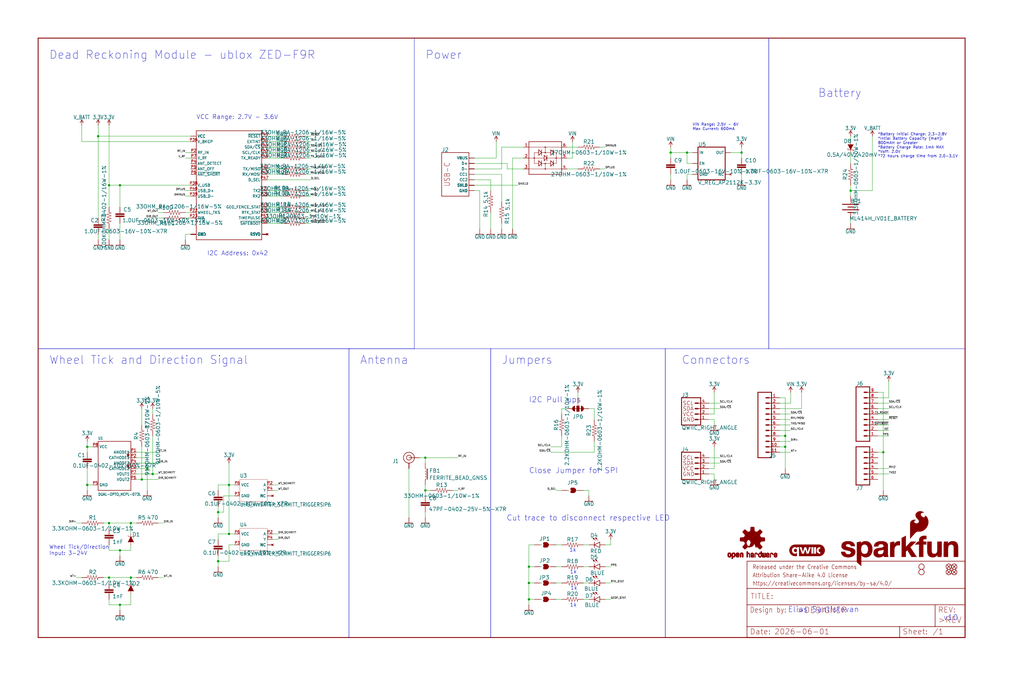
<source format=kicad_sch>
(kicad_sch (version 20230121) (generator eeschema)
  (paper "User" 477.037 317.906)
  (lib_symbols
    (symbol "SparkFun_GPS_ZED-F9R_BoB-eagle-import:0.1UF-0402-10V-10%-X7R"
      (property "Reference" "C" (at 1.524 2.921 0))
      (symbol "0.1UF-0402-10V-10%-X7R_1_0"
        (pin passive line (at 0 5.08 270) (length 2.54) (name "1") (number "1"))
        (pin passive line (at 0 -2.54 90) (length 2.54) (name "2") (number "2"))
      )
    )
    (symbol "SparkFun_GPS_ZED-F9R_BoB-eagle-import:1.0NF/1000PF-0402-25V-10%-X7R"
      (property "Reference" "C" (at 1.524 2.921 0))
      (symbol "1.0NF/1000PF-0402-25V-10%-X7R_1_0"
        (pin passive line (at 0 5.08 270) (length 2.54) (name "1") (number "1"))
        (pin passive line (at 0 -2.54 90) (length 2.54) (name "2") (number "2"))
      )
    )
    (symbol "SparkFun_GPS_ZED-F9R_BoB-eagle-import:1.0UF-0603-16V-10%-X7R"
      (property "Reference" "C" (at 1.524 2.921 0))
      (symbol "1.0UF-0603-16V-10%-X7R_1_0"
        (pin passive line (at 0 5.08 270) (length 2.54) (name "1") (number "1"))
        (pin passive line (at 0 -2.54 90) (length 2.54) (name "2") (number "2"))
      )
    )
    (symbol "SparkFun_GPS_ZED-F9R_BoB-eagle-import:100KOHM-0402-1/16W-1%"
      (property "Reference" "R" (at 0 1.524 0))
      (symbol "100KOHM-0402-1/16W-1%_1_0"
        (pin passive line (at -5.08 0 0) (length 2.54) (name "1") (number "1"))
        (pin passive line (at 5.08 0 180) (length 2.54) (name "2") (number "2"))
      )
    )
    (symbol "SparkFun_GPS_ZED-F9R_BoB-eagle-import:1KOHM-0402-1/16W-1%"
      (property "Reference" "R" (at 0 1.524 0))
      (symbol "1KOHM-0402-1/16W-1%_1_0"
        (pin passive line (at -5.08 0 0) (length 2.54) (name "1") (number "1"))
        (pin passive line (at 5.08 0 180) (length 2.54) (name "2") (number "2"))
      )
    )
    (symbol "SparkFun_GPS_ZED-F9R_BoB-eagle-import:2.2KOHM-0603-1/10W-1%"
      (property "Reference" "R" (at 0 1.524 0))
      (symbol "2.2KOHM-0603-1/10W-1%_1_0"
        (pin passive line (at -5.08 0 0) (length 2.54) (name "1") (number "1"))
        (pin passive line (at 5.08 0 180) (length 2.54) (name "2") (number "2"))
      )
    )
    (symbol "SparkFun_GPS_ZED-F9R_BoB-eagle-import:27OHM-0603-1/10W-1%"
      (property "Reference" "R" (at 0 1.524 0))
      (symbol "27OHM-0603-1/10W-1%_1_0"
        (pin passive line (at -5.08 0 0) (length 2.54) (name "1") (number "1"))
        (pin passive line (at 5.08 0 180) (length 2.54) (name "2") (number "2"))
      )
    )
    (symbol "SparkFun_GPS_ZED-F9R_BoB-eagle-import:3.3KOHM-0603-1/10W-1%"
      (property "Reference" "R" (at 0 1.524 0))
      (symbol "3.3KOHM-0603-1/10W-1%_1_0"
        (pin passive line (at -5.08 0 0) (length 2.54) (name "1") (number "1"))
        (pin passive line (at 5.08 0 180) (length 2.54) (name "2") (number "2"))
      )
    )
    (symbol "SparkFun_GPS_ZED-F9R_BoB-eagle-import:3.3V" (power)
      (property "Value" "3.3V" (at 0 2.794 0))
      (symbol "3.3V_1_0"
        (pin power_in line (at 0 0 90) (length 2.54) (name "3.3V") (number "1"))
      )
    )
    (symbol "SparkFun_GPS_ZED-F9R_BoB-eagle-import:33OHM-0603-1/10W-1%"
      (property "Reference" "R" (at 0 1.524 0))
      (symbol "33OHM-0603-1/10W-1%_1_0"
        (pin passive line (at -5.08 0 0) (length 2.54) (name "1") (number "1"))
        (pin passive line (at 5.08 0 180) (length 2.54) (name "2") (number "2"))
      )
    )
    (symbol "SparkFun_GPS_ZED-F9R_BoB-eagle-import:33OHM_RA-1206-1/16W-5%"
      (property "Reference" "R" (at 0 1.524 0))
      (symbol "33OHM_RA-1206-1/16W-5%_1_0"
        (pin passive line (at -5.08 0 0) (length 2.54) (name "1") (number "P1"))
        (pin passive line (at 5.08 0 180) (length 2.54) (name "2") (number "P8"))
      )
      (symbol "33OHM_RA-1206-1/16W-5%_2_0"
        (pin passive line (at -5.08 0 0) (length 2.54) (name "1") (number "P2"))
        (pin passive line (at 5.08 0 180) (length 2.54) (name "2") (number "P7"))
      )
      (symbol "33OHM_RA-1206-1/16W-5%_3_0"
        (pin passive line (at -5.08 0 0) (length 2.54) (name "1") (number "P3"))
        (pin passive line (at 5.08 0 180) (length 2.54) (name "2") (number "P6"))
      )
      (symbol "33OHM_RA-1206-1/16W-5%_4_0"
        (pin passive line (at -5.08 0 0) (length 2.54) (name "1") (number "P4"))
        (pin passive line (at 5.08 0 180) (length 2.54) (name "2") (number "P5"))
      )
    )
    (symbol "SparkFun_GPS_ZED-F9R_BoB-eagle-import:470OHM-0603-1/10W-1%"
      (property "Reference" "R" (at 0 1.524 0))
      (symbol "470OHM-0603-1/10W-1%_1_0"
        (pin passive line (at -5.08 0 0) (length 2.54) (name "1") (number "1"))
        (pin passive line (at 5.08 0 180) (length 2.54) (name "2") (number "2"))
      )
    )
    (symbol "SparkFun_GPS_ZED-F9R_BoB-eagle-import:47PF-0402-25V-5%-X7R"
      (property "Reference" "C" (at 1.524 2.921 0))
      (symbol "47PF-0402-25V-5%-X7R_1_0"
        (pin passive line (at 0 5.08 270) (length 2.54) (name "1") (number "1"))
        (pin passive line (at 0 -2.54 90) (length 2.54) (name "2") (number "2"))
      )
    )
    (symbol "SparkFun_GPS_ZED-F9R_BoB-eagle-import:5.1KOHM-0402-1/16W-1%"
      (property "Reference" "R" (at 0 1.524 0))
      (symbol "5.1KOHM-0402-1/16W-1%_1_0"
        (pin passive line (at -5.08 0 0) (length 2.54) (name "1") (number "1"))
        (pin passive line (at 5.08 0 180) (length 2.54) (name "2") (number "2"))
      )
    )
    (symbol "SparkFun_GPS_ZED-F9R_BoB-eagle-import:910OHM-0603-1/10W-5%"
      (property "Reference" "R" (at 0 1.524 0))
      (symbol "910OHM-0603-1/10W-5%_1_0"
        (pin passive line (at -5.08 0 0) (length 2.54) (name "1") (number "1"))
        (pin passive line (at 5.08 0 180) (length 2.54) (name "2") (number "2"))
      )
    )
    (symbol "SparkFun_GPS_ZED-F9R_BoB-eagle-import:CONN_06NO_SILK_NO_POP"
      (property "Reference" "J" (at -5.08 10.668 0))
      (symbol "CONN_06NO_SILK_NO_POP_1_0"
        (pin passive line (at 5.08 -5.08 180) (length 5.08) (name "1") (number "1"))
        (pin passive line (at 5.08 -2.54 180) (length 5.08) (name "2") (number "2"))
        (pin passive line (at 5.08 0 180) (length 5.08) (name "3") (number "3"))
        (pin passive line (at 5.08 2.54 180) (length 5.08) (name "4") (number "4"))
        (pin passive line (at 5.08 5.08 180) (length 5.08) (name "5") (number "5"))
        (pin passive line (at 5.08 7.62 180) (length 5.08) (name "6") (number "6"))
      )
    )
    (symbol "SparkFun_GPS_ZED-F9R_BoB-eagle-import:CONN_09NO_SILK"
      (property "Reference" "J" (at 0 13.208 0))
      (symbol "CONN_09NO_SILK_1_0"
        (pin passive line (at 10.16 -10.16 180) (length 5.08) (name "1") (number "1"))
        (pin passive line (at 10.16 -7.62 180) (length 5.08) (name "2") (number "2"))
        (pin passive line (at 10.16 -5.08 180) (length 5.08) (name "3") (number "3"))
        (pin passive line (at 10.16 -2.54 180) (length 5.08) (name "4") (number "4"))
        (pin passive line (at 10.16 0 180) (length 5.08) (name "5") (number "5"))
        (pin passive line (at 10.16 2.54 180) (length 5.08) (name "6") (number "6"))
        (pin passive line (at 10.16 5.08 180) (length 5.08) (name "7") (number "7"))
        (pin passive line (at 10.16 7.62 180) (length 5.08) (name "8") (number "8"))
        (pin passive line (at 10.16 10.16 180) (length 5.08) (name "9") (number "9"))
      )
    )
    (symbol "SparkFun_GPS_ZED-F9R_BoB-eagle-import:CONN_111X11_NO_SILK"
      (property "Reference" "J" (at 0 15.748 0))
      (symbol "CONN_111X11_NO_SILK_1_0"
        (pin passive line (at 10.16 -12.7 180) (length 5.08) (name "1") (number "1"))
        (pin passive line (at 10.16 10.16 180) (length 5.08) (name "10") (number "10"))
        (pin passive line (at 10.16 12.7 180) (length 5.08) (name "11") (number "11"))
        (pin passive line (at 10.16 -10.16 180) (length 5.08) (name "2") (number "2"))
        (pin passive line (at 10.16 -7.62 180) (length 5.08) (name "3") (number "3"))
        (pin passive line (at 10.16 -5.08 180) (length 5.08) (name "4") (number "4"))
        (pin passive line (at 10.16 -2.54 180) (length 5.08) (name "5") (number "5"))
        (pin passive line (at 10.16 0 180) (length 5.08) (name "6") (number "6"))
        (pin passive line (at 10.16 2.54 180) (length 5.08) (name "7") (number "7"))
        (pin passive line (at 10.16 5.08 180) (length 5.08) (name "8") (number "8"))
        (pin passive line (at 10.16 7.62 180) (length 5.08) (name "9") (number "9"))
      )
    )
    (symbol "SparkFun_GPS_ZED-F9R_BoB-eagle-import:DIODE-SCHOTTKY-PMEG4005EJ"
      (property "Reference" "D" (at -2.54 2.032 0))
      (symbol "DIODE-SCHOTTKY-PMEG4005EJ_1_0"
        (pin passive line (at -2.54 0 0) (length 0) (name "A") (number "A"))
        (pin passive line (at 2.54 0 180) (length 0) (name "C") (number "C"))
      )
    )
    (symbol "SparkFun_GPS_ZED-F9R_BoB-eagle-import:DIODE-ZENER-BZX84C15LT3G"
      (property "Reference" "D" (at -2.54 2.032 0))
      (symbol "DIODE-ZENER-BZX84C15LT3G_1_0"
        (pin passive line (at -2.54 0 0) (length 0) (name "A") (number "1"))
        (pin passive line (at 2.54 0 180) (length 0) (name "C") (number "3"))
      )
    )
    (symbol "SparkFun_GPS_ZED-F9R_BoB-eagle-import:DUAL-OPTO_HCPL-073L"
      (property "Reference" "U" (at -7.62 10.922 0))
      (symbol "DUAL-OPTO_HCPL-073L_1_0"
        (pin input line (at 10.16 5.08 180) (length 2.54) (name "ANODE1") (number "P1"))
        (pin input line (at 10.16 2.54 180) (length 2.54) (name "CATHODE1") (number "P2"))
        (pin input line (at 10.16 -2.54 180) (length 2.54) (name "CATHODE2") (number "P3"))
        (pin input line (at 10.16 0 180) (length 2.54) (name "ANODE2") (number "P4"))
        (pin power_in line (at -10.16 -10.16 0) (length 2.54) (name "GND") (number "P5"))
        (pin output line (at 10.16 -7.62 180) (length 2.54) (name "VOUT2") (number "P6"))
        (pin output line (at 10.16 -5.08 180) (length 2.54) (name "VOUT1") (number "P7"))
        (pin power_in line (at -10.16 7.62 0) (length 2.54) (name "VCC") (number "P8"))
      )
    )
    (symbol "SparkFun_GPS_ZED-F9R_BoB-eagle-import:FERRITE_BEAD_GNSS"
      (property "Reference" "FB" (at 1.27 2.54 0))
      (symbol "FERRITE_BEAD_GNSS_1_0"
        (pin passive line (at 0 5.08 270) (length 2.54) (name "1") (number "P1"))
        (pin passive line (at 0 -5.08 90) (length 2.54) (name "2") (number "P2"))
      )
    )
    (symbol "SparkFun_GPS_ZED-F9R_BoB-eagle-import:FIDUCIALUFIDUCIAL")
    (symbol "SparkFun_GPS_ZED-F9R_BoB-eagle-import:FRAME-LEDGER"
      (symbol "FRAME-LEDGER_2_0"
        (text "${#}/${##}" (at 86.36 1.27 0) (effects (font (size 2.54 2.54)) (justify left bottom)))
        (text "${CURRENT_DATE}" (at 12.7 1.27 0) (effects (font (size 2.54 2.54)) (justify left bottom)))
        (text "${PROJECTNAME}" (at 15.494 17.78 0) (effects (font (size 2.7432 2.7432)) (justify left bottom)))
        (text ">DESIGNER" (at 23.114 11.176 0) (effects (font (size 2.7432 2.7432)) (justify left bottom)))
        (text ">REV" (at 88.9 6.604 0) (effects (font (size 2.7432 2.7432)) (justify left bottom)))
        (text "Attribution Share-Alike 4.0 License" (at 2.54 27.94 0) (effects (font (size 1.9304 1.6408)) (justify left bottom)))
        (text "Date:" (at 1.27 1.27 0) (effects (font (size 2.54 2.54)) (justify left bottom)))
        (text "Design by:" (at 1.27 11.43 0) (effects (font (size 2.54 2.159)) (justify left bottom)))
        (text "https://creativecommons.org/licenses/by-sa/4.0/" (at 2.54 24.13 0) (effects (font (size 1.9304 1.6408)) (justify left bottom)))
        (text "Released under the Creative Commons" (at 2.54 31.75 0) (effects (font (size 1.9304 1.6408)) (justify left bottom)))
        (text "REV:" (at 88.9 11.43 0) (effects (font (size 2.54 2.54)) (justify left bottom)))
        (text "Sheet:" (at 72.39 1.27 0) (effects (font (size 2.54 2.54)) (justify left bottom)))
        (text "TITLE:" (at 1.524 17.78 0) (effects (font (size 2.54 2.54)) (justify left bottom)))
      )
    )
    (symbol "SparkFun_GPS_ZED-F9R_BoB-eagle-import:GND" (power)
      (property "Value" "GND" (at 0 -0.254 0))
      (symbol "GND_1_0"
        (pin power_in line (at 0 2.54 270) (length 2.54) (name "GND") (number "1"))
      )
    )
    (symbol "SparkFun_GPS_ZED-F9R_BoB-eagle-import:JUMPER-SMT_2_NC_TRACE_SILK"
      (property "Reference" "JP" (at -2.54 2.54 0))
      (symbol "JUMPER-SMT_2_NC_TRACE_SILK_1_0"
        (pin passive line (at -5.08 0 0) (length 2.54) (name "1") (number "1"))
        (pin passive line (at 5.08 0 180) (length 2.54) (name "2") (number "2"))
      )
    )
    (symbol "SparkFun_GPS_ZED-F9R_BoB-eagle-import:JUMPER-SMT_2_NO_SILK"
      (property "Reference" "JP" (at -2.54 2.54 0))
      (symbol "JUMPER-SMT_2_NO_SILK_1_0"
        (pin passive line (at -5.08 0 0) (length 2.54) (name "1") (number "1"))
        (pin passive line (at 5.08 0 180) (length 2.54) (name "2") (number "2"))
      )
    )
    (symbol "SparkFun_GPS_ZED-F9R_BoB-eagle-import:JUMPER-SMT_3_2-NC_TRACE_SILK"
      (property "Reference" "JP" (at 2.54 0.381 0))
      (symbol "JUMPER-SMT_3_2-NC_TRACE_SILK_1_0"
        (pin passive line (at 0 5.08 270) (length 2.54) (name "1") (number "1"))
        (pin passive line (at -5.08 0 0) (length 2.54) (name "2") (number "2"))
        (pin passive line (at 0 -5.08 90) (length 2.54) (name "3") (number "3"))
      )
    )
    (symbol "SparkFun_GPS_ZED-F9R_BoB-eagle-import:LED-BLUE0603"
      (property "Reference" "D" (at -3.429 -4.572 90))
      (symbol "LED-BLUE0603_1_0"
        (pin passive line (at 0 2.54 270) (length 2.54) (name "A") (number "A"))
        (pin passive line (at 0 -5.08 90) (length 2.54) (name "C") (number "C"))
      )
    )
    (symbol "SparkFun_GPS_ZED-F9R_BoB-eagle-import:LED-RED0603"
      (property "Reference" "D" (at -3.429 -4.572 90))
      (symbol "LED-RED0603_1_0"
        (pin passive line (at 0 2.54 270) (length 2.54) (name "A") (number "A"))
        (pin passive line (at 0 -5.08 90) (length 2.54) (name "C") (number "C"))
      )
    )
    (symbol "SparkFun_GPS_ZED-F9R_BoB-eagle-import:ML414H_IV01E_BATTERY"
      (property "Reference" "BT" (at 0 4.318 0))
      (symbol "ML414H_IV01E_BATTERY_1_0"
        (pin power_in line (at -5.08 0 0) (length 2.54) (name "+") (number "+"))
        (pin power_in line (at 5.08 0 180) (length 2.54) (name "-") (number "-"))
      )
    )
    (symbol "SparkFun_GPS_ZED-F9R_BoB-eagle-import:OSHW-LOGOM")
    (symbol "SparkFun_GPS_ZED-F9R_BoB-eagle-import:PRTR5V0U2F"
      (symbol "PRTR5V0U2F_1_0"
        (pin bidirectional line (at -10.16 5.08 0) (length 2.54) (name "1") (number "1"))
        (pin bidirectional line (at -10.16 0 0) (length 2.54) (name "2") (number "2"))
        (pin bidirectional line (at -10.16 -5.08 0) (length 2.54) (name "3") (number "3"))
        (pin bidirectional line (at 10.16 -5.08 180) (length 2.54) (name "4") (number "4"))
        (pin bidirectional line (at 10.16 0 180) (length 2.54) (name "5") (number "5"))
        (pin bidirectional line (at 10.16 5.08 180) (length 2.54) (name "6") (number "6"))
      )
    )
    (symbol "SparkFun_GPS_ZED-F9R_BoB-eagle-import:QWIIC_CONNECTORJS-1MM"
      (property "Reference" "J" (at -5.08 7.874 0))
      (symbol "QWIIC_CONNECTORJS-1MM_1_0"
        (text "GND" (at -4.572 -2.54 0) (effects (font (size 1.778 1.778)) (justify left)))
        (text "SCL" (at -4.572 5.08 0) (effects (font (size 1.778 1.778)) (justify left)))
        (text "SDA" (at -4.572 2.54 0) (effects (font (size 1.778 1.778)) (justify left)))
        (text "VCC" (at -4.572 0 0) (effects (font (size 1.778 1.778)) (justify left)))
        (pin power_in line (at 7.62 -2.54 180) (length 5.08) (name "1") (number "1"))
        (pin power_in line (at 7.62 0 180) (length 5.08) (name "2") (number "2"))
        (pin passive line (at 7.62 2.54 180) (length 5.08) (name "3") (number "3"))
        (pin passive line (at 7.62 5.08 180) (length 5.08) (name "4") (number "4"))
      )
    )
    (symbol "SparkFun_GPS_ZED-F9R_BoB-eagle-import:QWIIC_LOGO_4MM")
    (symbol "SparkFun_GPS_ZED-F9R_BoB-eagle-import:SFE_LOGO_NAME_FLAME.2_INCH")
    (symbol "SparkFun_GPS_ZED-F9R_BoB-eagle-import:STAND-OFFTIGHT")
    (symbol "SparkFun_GPS_ZED-F9R_BoB-eagle-import:U-BLOX_ZED_F9R"
      (symbol "U-BLOX_ZED_F9R_1_0"
        (pin power_in line (at -17.78 -22.86 0) (length 2.54) (name "GND") (number "G1"))
        (pin power_in line (at -17.78 -22.86 0) (length 2.54) (name "GND") (number "G10"))
        (pin power_in line (at -17.78 -22.86 0) (length 2.54) (name "GND") (number "G11"))
        (pin power_in line (at -17.78 -22.86 0) (length 2.54) (name "GND") (number "G12"))
        (pin power_in line (at -17.78 -22.86 0) (length 2.54) (name "GND") (number "G13"))
        (pin power_in line (at -17.78 -22.86 0) (length 2.54) (name "GND") (number "G14"))
        (pin power_in line (at -17.78 -22.86 0) (length 2.54) (name "GND") (number "G15"))
        (pin power_in line (at -17.78 -22.86 0) (length 2.54) (name "GND") (number "G16"))
        (pin power_in line (at -17.78 -22.86 0) (length 2.54) (name "GND") (number "G17"))
        (pin power_in line (at -17.78 -22.86 0) (length 2.54) (name "GND") (number "G18"))
        (pin power_in line (at -17.78 -22.86 0) (length 2.54) (name "GND") (number "G19"))
        (pin power_in line (at -17.78 -22.86 0) (length 2.54) (name "GND") (number "G2"))
        (pin power_in line (at -17.78 -22.86 0) (length 2.54) (name "GND") (number "G20"))
        (pin power_in line (at -17.78 -22.86 0) (length 2.54) (name "GND") (number "G21"))
        (pin power_in line (at -17.78 -22.86 0) (length 2.54) (name "GND") (number "G22"))
        (pin power_in line (at -17.78 -22.86 0) (length 2.54) (name "GND") (number "G23"))
        (pin power_in line (at -17.78 -22.86 0) (length 2.54) (name "GND") (number "G24"))
        (pin power_in line (at -17.78 -22.86 0) (length 2.54) (name "GND") (number "G25"))
        (pin power_in line (at -17.78 -22.86 0) (length 2.54) (name "GND") (number "G26"))
        (pin power_in line (at -17.78 -22.86 0) (length 2.54) (name "GND") (number "G27"))
        (pin power_in line (at -17.78 -22.86 0) (length 2.54) (name "GND") (number "G28"))
        (pin power_in line (at -17.78 -22.86 0) (length 2.54) (name "GND") (number "G29"))
        (pin power_in line (at -17.78 -22.86 0) (length 2.54) (name "GND") (number "G3"))
        (pin power_in line (at -17.78 -22.86 0) (length 2.54) (name "GND") (number "G30"))
        (pin power_in line (at -17.78 -22.86 0) (length 2.54) (name "GND") (number "G31"))
        (pin power_in line (at -17.78 -22.86 0) (length 2.54) (name "GND") (number "G32"))
        (pin power_in line (at -17.78 -22.86 0) (length 2.54) (name "GND") (number "G33"))
        (pin power_in line (at -17.78 -22.86 0) (length 2.54) (name "GND") (number "G34"))
        (pin power_in line (at -17.78 -22.86 0) (length 2.54) (name "GND") (number "G35"))
        (pin power_in line (at -17.78 -22.86 0) (length 2.54) (name "GND") (number "G36"))
        (pin power_in line (at -17.78 -22.86 0) (length 2.54) (name "GND") (number "G37"))
        (pin power_in line (at -17.78 -22.86 0) (length 2.54) (name "GND") (number "G38"))
        (pin power_in line (at -17.78 -22.86 0) (length 2.54) (name "GND") (number "G39"))
        (pin power_in line (at -17.78 -22.86 0) (length 2.54) (name "GND") (number "G4"))
        (pin power_in line (at -17.78 -22.86 0) (length 2.54) (name "GND") (number "G40"))
        (pin power_in line (at -17.78 -22.86 0) (length 2.54) (name "GND") (number "G41"))
        (pin power_in line (at -17.78 -22.86 0) (length 2.54) (name "GND") (number "G42"))
        (pin power_in line (at -17.78 -22.86 0) (length 2.54) (name "GND") (number "G43"))
        (pin power_in line (at -17.78 -22.86 0) (length 2.54) (name "GND") (number "G44"))
        (pin power_in line (at -17.78 -22.86 0) (length 2.54) (name "GND") (number "G45"))
        (pin power_in line (at -17.78 -22.86 0) (length 2.54) (name "GND") (number "G46"))
        (pin power_in line (at -17.78 -22.86 0) (length 2.54) (name "GND") (number "G47"))
        (pin power_in line (at -17.78 -22.86 0) (length 2.54) (name "GND") (number "G48"))
        (pin power_in line (at -17.78 -22.86 0) (length 2.54) (name "GND") (number "G5"))
        (pin power_in line (at -17.78 -22.86 0) (length 2.54) (name "GND") (number "G6"))
        (pin power_in line (at -17.78 -22.86 0) (length 2.54) (name "GND") (number "G7"))
        (pin power_in line (at -17.78 -22.86 0) (length 2.54) (name "GND") (number "G8"))
        (pin power_in line (at -17.78 -22.86 0) (length 2.54) (name "GND") (number "G9"))
        (pin power_in line (at -17.78 -22.86 0) (length 2.54) (name "GND") (number "P1"))
        (pin no_connect line (at 17.78 -22.86 180) (length 2.54) (name "RSVD") (number "P10"))
        (pin no_connect line (at 17.78 -22.86 180) (length 2.54) (name "RSVD") (number "P11"))
        (pin power_in line (at -17.78 -22.86 0) (length 2.54) (name "GND") (number "P12"))
        (pin no_connect line (at 17.78 -22.86 180) (length 2.54) (name "RSVD") (number "P13"))
        (pin power_in line (at -17.78 -22.86 0) (length 2.54) (name "GND") (number "P14"))
        (pin no_connect line (at 17.78 -22.86 180) (length 2.54) (name "RSVD") (number "P15"))
        (pin no_connect line (at 17.78 -22.86 180) (length 2.54) (name "RSVD") (number "P16"))
        (pin no_connect line (at 17.78 -22.86 180) (length 2.54) (name "RSVD") (number "P17"))
        (pin no_connect line (at 17.78 -22.86 180) (length 2.54) (name "RSVD") (number "P18"))
        (pin output line (at 17.78 -10.16 180) (length 2.54) (name "GEO_FENCE_STAT") (number "P19"))
        (pin input line (at -17.78 15.24 0) (length 2.54) (name "RF_IN") (number "P2"))
        (pin output line (at 17.78 -12.7 180) (length 2.54) (name "RTK_STAT") (number "P20"))
        (pin no_connect line (at 17.78 -22.86 180) (length 2.54) (name "RSVD") (number "P21"))
        (pin input line (at -17.78 -12.7 0) (length 2.54) (name "WHEEL_TKS") (number "P22"))
        (pin input line (at -17.78 -15.24 0) (length 2.54) (name "DIR") (number "P23"))
        (pin no_connect line (at 17.78 -22.86 180) (length 2.54) (name "RSVD") (number "P24"))
        (pin no_connect line (at 17.78 -22.86 180) (length 2.54) (name "RSVD") (number "P25"))
        (pin input line (at 17.78 -5.08 180) (length 2.54) (name "RX2") (number "P26"))
        (pin output line (at 17.78 -2.54 180) (length 2.54) (name "TX2") (number "P27"))
        (pin no_connect line (at 17.78 -22.86 180) (length 2.54) (name "RSVD") (number "P28"))
        (pin no_connect line (at 17.78 -22.86 180) (length 2.54) (name "RSVD") (number "P29"))
        (pin power_in line (at -17.78 -22.86 0) (length 2.54) (name "GND") (number "P3"))
        (pin no_connect line (at 17.78 -22.86 180) (length 2.54) (name "RSVD") (number "P30"))
        (pin no_connect line (at 17.78 -22.86 180) (length 2.54) (name "RSVD") (number "P31"))
        (pin power_in line (at -17.78 -22.86 0) (length 2.54) (name "GND") (number "P32"))
        (pin power_in line (at -17.78 22.86 0) (length 2.54) (name "VCC") (number "P33"))
        (pin power_in line (at -17.78 22.86 0) (length 2.54) (name "VCC") (number "P34"))
        (pin no_connect line (at 17.78 -22.86 180) (length 2.54) (name "RSVD") (number "P35"))
        (pin power_in line (at -17.78 20.32 0) (length 2.54) (name "V_BKCP") (number "P36"))
        (pin power_in line (at -17.78 -22.86 0) (length 2.54) (name "GND") (number "P37"))
        (pin power_in line (at -17.78 0 0) (length 2.54) (name "V_USB") (number "P38"))
        (pin bidirectional line (at -17.78 -5.08 0) (length 2.54) (name "USB_D-") (number "P39"))
        (pin input line (at -17.78 10.16 0) (length 2.54) (name "ANT_DETECT") (number "P4"))
        (pin bidirectional line (at -17.78 -2.54 0) (length 2.54) (name "USB_D+") (number "P40"))
        (pin power_in line (at -17.78 -22.86 0) (length 2.54) (name "GND") (number "P41"))
        (pin bidirectional line (at 17.78 7.62 180) (length 2.54) (name "TX/MISO") (number "P42"))
        (pin bidirectional line (at 17.78 5.08 180) (length 2.54) (name "RX/MOSI") (number "P43"))
        (pin bidirectional line (at 17.78 17.78 180) (length 2.54) (name "SDA/~{CS}") (number "P44"))
        (pin bidirectional line (at 17.78 15.24 180) (length 2.54) (name "SCL/CLK") (number "P45"))
        (pin bidirectional line (at 17.78 12.7 180) (length 2.54) (name "TX_READY") (number "P46"))
        (pin bidirectional line (at 17.78 2.54 180) (length 2.54) (name "D_SEL") (number "P47"))
        (pin power_in line (at -17.78 -22.86 0) (length 2.54) (name "GND") (number "P48"))
        (pin bidirectional line (at 17.78 22.86 180) (length 2.54) (name "~{RESET}") (number "P49"))
        (pin output line (at -17.78 7.62 0) (length 2.54) (name "ANT_OFF") (number "P5"))
        (pin input line (at 17.78 -17.78 180) (length 2.54) (name "~{SAFEBOOT}") (number "P50"))
        (pin bidirectional line (at 17.78 20.32 180) (length 2.54) (name "EXTINT") (number "P51"))
        (pin no_connect line (at 17.78 -22.86 180) (length 2.54) (name "RSVD") (number "P52"))
        (pin output line (at 17.78 -15.24 180) (length 2.54) (name "TIMEPULSE") (number "P53"))
        (pin no_connect line (at 17.78 -22.86 180) (length 2.54) (name "RSVD") (number "P54"))
        (pin output line (at -17.78 5.08 0) (length 2.54) (name "~{ANT_SHORT}") (number "P6"))
        (pin output line (at -17.78 12.7 0) (length 2.54) (name "V_RF") (number "P7"))
        (pin no_connect line (at 17.78 -22.86 180) (length 2.54) (name "RSVD") (number "P8"))
        (pin no_connect line (at 17.78 -22.86 180) (length 2.54) (name "RSVD") (number "P9"))
      )
    )
    (symbol "SparkFun_GPS_ZED-F9R_BoB-eagle-import:U.FL2PIN"
      (property "Reference" "J" (at 2.54 -5.08 0))
      (symbol "U.FL2PIN_1_0"
        (pin bidirectional line (at 0 -5.08 90) (length 2.54) (name "GND") (number "1"))
        (pin bidirectional line (at 0 -5.08 90) (length 2.54) (name "GND") (number "2"))
        (pin bidirectional line (at 5.08 0 180) (length 5.08) (name "SIGNAL") (number "FEED"))
      )
    )
    (symbol "SparkFun_GPS_ZED-F9R_BoB-eagle-import:UHS_INVERTER_SCHMITT_TRIGGERSIP6"
      (property "Reference" "U" (at -2.54 5.842 0))
      (symbol "UHS_INVERTER_SCHMITT_TRIGGERSIP6_1_0"
        (pin no_connect line (at 12.7 -2.54 180) (length 2.54) (name "NC") (number "P1"))
        (pin bidirectional line (at 12.7 2.54 180) (length 2.54) (name "A") (number "P2"))
        (pin power_in line (at -5.08 -2.54 0) (length 2.54) (name "GND") (number "P3"))
        (pin bidirectional line (at 12.7 0 180) (length 2.54) (name "Y") (number "P4"))
        (pin no_connect line (at 12.7 -2.54 180) (length 2.54) (name "NC") (number "P5"))
        (pin power_in line (at -5.08 2.54 0) (length 2.54) (name "VCC") (number "P6"))
      )
    )
    (symbol "SparkFun_GPS_ZED-F9R_BoB-eagle-import:USB_C_2-LAYER_PADS"
      (property "Reference" "J" (at -2.54 10.414 0))
      (symbol "USB_C_2-LAYER_PADS_1_0"
        (text "USB-C" (at 0 0 900) (effects (font (size 2.54 2.159))))
        (pin bidirectional line (at 12.7 0 180) (length 2.54) (name "CC1") (number "A5"))
        (pin bidirectional line (at 12.7 5.08 180) (length 2.54) (name "D+") (number "A6"))
        (pin bidirectional line (at 12.7 2.54 180) (length 2.54) (name "D-") (number "A7"))
        (pin bidirectional line (at 12.7 -2.54 180) (length 2.54) (name "CC2") (number "B5"))
        (pin bidirectional line (at 12.7 5.08 180) (length 2.54) (name "D+") (number "B6"))
        (pin bidirectional line (at 12.7 2.54 180) (length 2.54) (name "D-") (number "B7"))
        (pin bidirectional line (at 12.7 -7.62 180) (length 2.54) (name "GND") (number "GND"))
        (pin bidirectional line (at 12.7 -7.62 180) (length 2.54) (name "GND") (number "GND2"))
        (pin bidirectional line (at 12.7 -5.08 180) (length 2.54) (name "SHLD") (number "SHLD1"))
        (pin bidirectional line (at 12.7 -5.08 180) (length 2.54) (name "SHLD") (number "SHLD2"))
        (pin bidirectional line (at 12.7 -5.08 180) (length 2.54) (name "SHLD") (number "SHLD3"))
        (pin bidirectional line (at 12.7 -5.08 180) (length 2.54) (name "SHLD") (number "SHLD4"))
        (pin bidirectional line (at 12.7 7.62 180) (length 2.54) (name "VBUS") (number "VBUS1"))
        (pin bidirectional line (at 12.7 7.62 180) (length 2.54) (name "VBUS") (number "VBUS2"))
      )
    )
    (symbol "SparkFun_GPS_ZED-F9R_BoB-eagle-import:VIN" (power)
      (property "Value" "VIN" (at 0 2.794 0))
      (symbol "VIN_1_0"
        (pin power_in line (at 0 0 90) (length 2.54) (name "VIN") (number "1"))
      )
    )
    (symbol "SparkFun_GPS_ZED-F9R_BoB-eagle-import:V_BATT" (power)
      (property "Value" "V_BATT" (at 0 2.794 0))
      (symbol "V_BATT_1_0"
        (pin power_in line (at 0 0 90) (length 2.54) (name "V_BATT") (number "1"))
      )
    )
    (symbol "SparkFun_GPS_ZED-F9R_BoB-eagle-import:V_REG_AP2112K-3.3V"
      (property "Reference" "U" (at -7.62 7.874 0))
      (symbol "V_REG_AP2112K-3.3V_1_0"
        (pin input line (at -10.16 5.08 0) (length 2.54) (name "IN") (number "1"))
        (pin input line (at -10.16 -5.08 0) (length 2.54) (name "GND") (number "2"))
        (pin input line (at -10.16 0 0) (length 2.54) (name "EN") (number "3"))
        (pin no_connect line (at 7.62 -5.08 180) (length 2.54) (name "NC") (number "4"))
        (pin passive line (at 7.62 5.08 180) (length 2.54) (name "OUT") (number "5"))
      )
    )
  )
  (junction (at 71.12 220.98))
  (junction (at 106.68 226.06))
  (junction (at 106.68 248.92))
  (junction (at 320.04 71.12))
  (junction (at 50.8 269.24))
  (junction (at 198.12 228.6))
  (junction (at 55.88 86.36))
  (junction (at 396.24 88.9))
  (junction (at 60.96 269.24))
  (junction (at 101.6 238.76))
  (junction (at 55.88 256.54))
  (junction (at 246.38 279.4))
  (junction (at 45.72 63.5))
  (junction (at 101.6 261.62))
  (junction (at 365.76 208.28))
  (junction (at 40.64 208.28))
  (junction (at 411.48 210.82))
  (junction (at 66.04 223.52))
  (junction (at 246.38 271.78))
  (junction (at 345.44 71.12))
  (junction (at 40.64 226.06))
  (junction (at 68.58 218.44))
  (junction (at 312.42 71.12))
  (junction (at 60.96 243.84))
  (junction (at 246.38 264.16))
  (junction (at 365.76 203.2))
  (junction (at 55.88 281.94))
  (junction (at 50.8 243.84))
  (junction (at 198.12 213.36))
  (junction (at 50.8 86.36))
  (wire (pts (xy 198.12 226.06) (xy 198.12 228.6)) (stroke (width 0.1524)))
  (wire (pts (xy 132.08 91.44) (xy 124.46 91.44)) (stroke (width 0.1524)))
  (wire (pts (xy 55.88 284.48) (xy 55.88 281.94)) (stroke (width 0.1524)))
  (wire (pts (xy 363.22 205.74) (xy 368.3 205.74)) (stroke (width 0.1524)))
  (wire (pts (xy 261.62 203.2) (xy 261.62 208.28)) (stroke (width 0.1524)))
  (wire (pts (xy 408.94 193.04) (xy 414.02 193.04)) (stroke (width 0.1524)))
  (wire (pts (xy 50.8 279.4) (xy 50.8 281.94)) (stroke (width 0.1524)))
  (wire (pts (xy 279.4 68.58) (xy 281.94 68.58)) (stroke (width 0.1524)))
  (wire (pts (xy 363.22 210.82) (xy 368.3 210.82)) (stroke (width 0.1524)))
  (wire (pts (xy 312.42 81.28) (xy 312.42 83.82)) (stroke (width 0.1524)))
  (wire (pts (xy 228.6 99.06) (xy 228.6 106.68)) (stroke (width 0.1524)))
  (wire (pts (xy 320.04 71.12) (xy 312.42 71.12)) (stroke (width 0.1524)))
  (wire (pts (xy 330.2 193.04) (xy 332.74 193.04)) (stroke (width 0.1524)))
  (wire (pts (xy 142.24 66.04) (xy 144.78 66.04)) (stroke (width 0.1524)))
  (wire (pts (xy 276.86 210.82) (xy 256.54 210.82)) (stroke (width 0.1524)))
  (wire (pts (xy 408.94 220.98) (xy 414.02 220.98)) (stroke (width 0.1524)))
  (wire (pts (xy 411.48 182.88) (xy 411.48 210.82)) (stroke (width 0.1524)))
  (wire (pts (xy 71.12 220.98) (xy 73.66 220.98)) (stroke (width 0.1524)))
  (wire (pts (xy 55.88 259.08) (xy 55.88 256.54)) (stroke (width 0.1524)))
  (wire (pts (xy 271.78 264.16) (xy 274.32 264.16)) (stroke (width 0.1524)))
  (wire (pts (xy 363.22 203.2) (xy 365.76 203.2)) (stroke (width 0.1524)))
  (wire (pts (xy 363.22 185.42) (xy 365.76 185.42)) (stroke (width 0.1524)))
  (wire (pts (xy 45.72 101.6) (xy 45.72 63.5)) (stroke (width 0.1524)))
  (wire (pts (xy 142.24 71.12) (xy 144.78 71.12)) (stroke (width 0.1524)))
  (wire (pts (xy 246.38 264.16) (xy 246.38 271.78)) (stroke (width 0.1524)))
  (wire (pts (xy 132.08 96.52) (xy 124.46 96.52)) (stroke (width 0.1524)))
  (polyline (pts (xy 228.6 162.56) (xy 228.6 297.18)) (stroke (width 0.2032) (type solid)))
  (wire (pts (xy 132.08 81.28) (xy 124.46 81.28)) (stroke (width 0.1524)))
  (wire (pts (xy 104.14 238.76) (xy 101.6 238.76)) (stroke (width 0.1524)))
  (wire (pts (xy 322.58 71.12) (xy 320.04 71.12)) (stroke (width 0.1524)))
  (wire (pts (xy 261.62 228.6) (xy 259.08 228.6)) (stroke (width 0.1524)))
  (wire (pts (xy 264.16 73.66) (xy 266.7 73.66)) (stroke (width 0.1524)))
  (wire (pts (xy 76.2 99.06) (xy 73.66 99.06)) (stroke (width 0.1524)))
  (polyline (pts (xy 193.04 162.56) (xy 228.6 162.56)) (stroke (width 0.1524) (type solid)))
  (polyline (pts (xy 228.6 162.56) (xy 309.88 162.56)) (stroke (width 0.1524) (type solid)))
  (wire (pts (xy 142.24 78.74) (xy 144.78 78.74)) (stroke (width 0.1524)))
  (wire (pts (xy 66.04 223.52) (xy 73.66 223.52)) (stroke (width 0.1524)))
  (wire (pts (xy 63.5 210.82) (xy 73.66 210.82)) (stroke (width 0.1524)))
  (wire (pts (xy 330.2 195.58) (xy 332.74 195.58)) (stroke (width 0.1524)))
  (wire (pts (xy 101.6 238.76) (xy 101.6 241.3)) (stroke (width 0.1524)))
  (polyline (pts (xy 162.56 162.56) (xy 17.78 162.56)) (stroke (width 0.2032) (type solid)))
  (wire (pts (xy 281.94 264.16) (xy 284.48 264.16)) (stroke (width 0.1524)))
  (wire (pts (xy 213.36 228.6) (xy 210.82 228.6)) (stroke (width 0.1524)))
  (wire (pts (xy 55.88 96.52) (xy 55.88 86.36)) (stroke (width 0.1524)))
  (wire (pts (xy 340.36 71.12) (xy 345.44 71.12)) (stroke (width 0.1524)))
  (wire (pts (xy 200.66 228.6) (xy 198.12 228.6)) (stroke (width 0.1524)))
  (wire (pts (xy 124.46 83.82) (xy 144.78 83.82)) (stroke (width 0.1524)))
  (wire (pts (xy 261.62 190.5) (xy 261.62 193.04)) (stroke (width 0.1524)))
  (wire (pts (xy 363.22 208.28) (xy 365.76 208.28)) (stroke (width 0.1524)))
  (wire (pts (xy 363.22 198.12) (xy 368.3 198.12)) (stroke (width 0.1524)))
  (wire (pts (xy 63.5 215.9) (xy 73.66 215.9)) (stroke (width 0.1524)))
  (wire (pts (xy 73.66 243.84) (xy 76.2 243.84)) (stroke (width 0.1524)))
  (wire (pts (xy 276.86 205.74) (xy 276.86 210.82)) (stroke (width 0.1524)))
  (wire (pts (xy 88.9 91.44) (xy 86.36 91.44)) (stroke (width 0.1524)))
  (wire (pts (xy 106.68 226.06) (xy 106.68 215.9)) (stroke (width 0.1524)))
  (wire (pts (xy 408.94 200.66) (xy 414.02 200.66)) (stroke (width 0.1524)))
  (wire (pts (xy 88.9 109.22) (xy 86.36 109.22)) (stroke (width 0.1524)))
  (wire (pts (xy 86.36 99.06) (xy 88.9 99.06)) (stroke (width 0.1524)))
  (wire (pts (xy 363.22 190.5) (xy 373.38 190.5)) (stroke (width 0.1524)))
  (wire (pts (xy 220.98 83.82) (xy 228.6 83.82)) (stroke (width 0.1524)))
  (wire (pts (xy 271.78 279.4) (xy 274.32 279.4)) (stroke (width 0.1524)))
  (wire (pts (xy 330.2 218.44) (xy 332.74 218.44)) (stroke (width 0.1524)))
  (wire (pts (xy 228.6 83.82) (xy 228.6 88.9)) (stroke (width 0.1524)))
  (wire (pts (xy 106.68 248.92) (xy 106.68 226.06)) (stroke (width 0.1524)))
  (wire (pts (xy 109.22 254) (xy 106.68 254)) (stroke (width 0.1524)))
  (wire (pts (xy 50.8 271.78) (xy 50.8 269.24)) (stroke (width 0.1524)))
  (wire (pts (xy 88.9 63.5) (xy 45.72 63.5)) (stroke (width 0.1524)))
  (wire (pts (xy 101.6 259.08) (xy 101.6 261.62)) (stroke (width 0.1524)))
  (wire (pts (xy 248.92 279.4) (xy 246.38 279.4)) (stroke (width 0.1524)))
  (wire (pts (xy 35.56 243.84) (xy 38.1 243.84)) (stroke (width 0.1524)))
  (wire (pts (xy 332.74 220.98) (xy 332.74 223.52)) (stroke (width 0.1524)))
  (wire (pts (xy 127 228.6) (xy 129.54 228.6)) (stroke (width 0.1524)))
  (wire (pts (xy 259.08 271.78) (xy 261.62 271.78)) (stroke (width 0.1524)))
  (wire (pts (xy 322.58 76.2) (xy 320.04 76.2)) (stroke (width 0.1524)))
  (wire (pts (xy 365.76 208.28) (xy 365.76 218.44)) (stroke (width 0.1524)))
  (wire (pts (xy 330.2 190.5) (xy 335.28 190.5)) (stroke (width 0.1524)))
  (wire (pts (xy 264.16 68.58) (xy 269.24 68.58)) (stroke (width 0.1524)))
  (wire (pts (xy 264.16 78.74) (xy 269.24 78.74)) (stroke (width 0.1524)))
  (wire (pts (xy 101.6 261.62) (xy 101.6 264.16)) (stroke (width 0.1524)))
  (wire (pts (xy 408.94 187.96) (xy 414.02 187.96)) (stroke (width 0.1524)))
  (wire (pts (xy 63.5 223.52) (xy 66.04 223.52)) (stroke (width 0.1524)))
  (wire (pts (xy 76.2 101.6) (xy 73.66 101.6)) (stroke (width 0.1524)))
  (wire (pts (xy 408.94 185.42) (xy 414.02 185.42)) (stroke (width 0.1524)))
  (wire (pts (xy 132.08 99.06) (xy 124.46 99.06)) (stroke (width 0.1524)))
  (wire (pts (xy 66.04 198.12) (xy 66.04 190.5)) (stroke (width 0.1524)))
  (wire (pts (xy 284.48 251.46) (xy 284.48 254)) (stroke (width 0.1524)))
  (wire (pts (xy 396.24 88.9) (xy 406.4 88.9)) (stroke (width 0.1524)))
  (wire (pts (xy 198.12 215.9) (xy 198.12 213.36)) (stroke (width 0.1524)))
  (wire (pts (xy 142.24 104.14) (xy 144.78 104.14)) (stroke (width 0.1524)))
  (wire (pts (xy 109.22 248.92) (xy 106.68 248.92)) (stroke (width 0.1524)))
  (wire (pts (xy 142.24 73.66) (xy 144.78 73.66)) (stroke (width 0.1524)))
  (wire (pts (xy 40.64 226.06) (xy 40.64 218.44)) (stroke (width 0.1524)))
  (wire (pts (xy 335.28 213.36) (xy 330.2 213.36)) (stroke (width 0.1524)))
  (wire (pts (xy 281.94 279.4) (xy 284.48 279.4)) (stroke (width 0.1524)))
  (wire (pts (xy 45.72 63.5) (xy 45.72 58.42)) (stroke (width 0.1524)))
  (wire (pts (xy 198.12 241.3) (xy 198.12 238.76)) (stroke (width 0.1524)))
  (wire (pts (xy 312.42 71.12) (xy 312.42 68.58)) (stroke (width 0.1524)))
  (wire (pts (xy 243.84 73.66) (xy 238.76 73.66)) (stroke (width 0.1524)))
  (wire (pts (xy 142.24 63.5) (xy 144.78 63.5)) (stroke (width 0.1524)))
  (wire (pts (xy 109.22 231.14) (xy 104.14 231.14)) (stroke (width 0.1524)))
  (wire (pts (xy 68.58 218.44) (xy 68.58 228.6)) (stroke (width 0.1524)))
  (wire (pts (xy 86.36 109.22) (xy 86.36 111.76)) (stroke (width 0.1524)))
  (wire (pts (xy 396.24 76.2) (xy 396.24 71.12)) (stroke (width 0.1524)))
  (wire (pts (xy 63.5 213.36) (xy 68.58 213.36)) (stroke (width 0.1524)))
  (wire (pts (xy 236.22 76.2) (xy 236.22 78.74)) (stroke (width 0.1524)))
  (wire (pts (xy 50.8 256.54) (xy 55.88 256.54)) (stroke (width 0.1524)))
  (wire (pts (xy 259.08 279.4) (xy 261.62 279.4)) (stroke (width 0.1524)))
  (wire (pts (xy 55.88 86.36) (xy 50.8 86.36)) (stroke (width 0.1524)))
  (wire (pts (xy 50.8 281.94) (xy 55.88 281.94)) (stroke (width 0.1524)))
  (wire (pts (xy 127 251.46) (xy 129.54 251.46)) (stroke (width 0.1524)))
  (wire (pts (xy 261.62 254) (xy 259.08 254)) (stroke (width 0.1524)))
  (wire (pts (xy 269.24 185.42) (xy 269.24 182.88)) (stroke (width 0.1524)))
  (wire (pts (xy 63.5 218.44) (xy 68.58 218.44)) (stroke (width 0.1524)))
  (wire (pts (xy 88.9 86.36) (xy 55.88 86.36)) (stroke (width 0.1524)))
  (wire (pts (xy 73.66 269.24) (xy 76.2 269.24)) (stroke (width 0.1524)))
  (wire (pts (xy 88.9 71.12) (xy 86.36 71.12)) (stroke (width 0.1524)))
  (wire (pts (xy 43.18 208.28) (xy 40.64 208.28)) (stroke (width 0.1524)))
  (wire (pts (xy 101.6 251.46) (xy 101.6 248.92)) (stroke (width 0.1524)))
  (wire (pts (xy 274.32 228.6) (xy 274.32 231.14)) (stroke (width 0.1524)))
  (wire (pts (xy 142.24 96.52) (xy 144.78 96.52)) (stroke (width 0.1524)))
  (wire (pts (xy 261.62 208.28) (xy 256.54 208.28)) (stroke (width 0.1524)))
  (wire (pts (xy 408.94 195.58) (xy 414.02 195.58)) (stroke (width 0.1524)))
  (polyline (pts (xy 309.88 162.56) (xy 309.88 297.18)) (stroke (width 0.2032) (type solid)))
  (wire (pts (xy 132.08 68.58) (xy 124.46 68.58)) (stroke (width 0.1524)))
  (wire (pts (xy 40.64 208.28) (xy 40.64 205.74)) (stroke (width 0.1524)))
  (wire (pts (xy 330.2 220.98) (xy 332.74 220.98)) (stroke (width 0.1524)))
  (wire (pts (xy 40.64 208.28) (xy 40.64 210.82)) (stroke (width 0.1524)))
  (wire (pts (xy 48.26 243.84) (xy 50.8 243.84)) (stroke (width 0.1524)))
  (wire (pts (xy 88.9 88.9) (xy 86.36 88.9)) (stroke (width 0.1524)))
  (wire (pts (xy 38.1 66.04) (xy 38.1 58.42)) (stroke (width 0.1524)))
  (wire (pts (xy 248.92 264.16) (xy 246.38 264.16)) (stroke (width 0.1524)))
  (wire (pts (xy 236.22 78.74) (xy 243.84 78.74)) (stroke (width 0.1524)))
  (wire (pts (xy 106.68 261.62) (xy 101.6 261.62)) (stroke (width 0.1524)))
  (wire (pts (xy 414.02 185.42) (xy 414.02 177.8)) (stroke (width 0.1524)))
  (wire (pts (xy 220.98 88.9) (xy 223.52 88.9)) (stroke (width 0.1524)))
  (wire (pts (xy 238.76 73.66) (xy 238.76 106.68)) (stroke (width 0.1524)))
  (wire (pts (xy 55.88 281.94) (xy 60.96 281.94)) (stroke (width 0.1524)))
  (wire (pts (xy 322.58 81.28) (xy 320.04 81.28)) (stroke (width 0.1524)))
  (wire (pts (xy 88.9 73.66) (xy 86.36 73.66)) (stroke (width 0.1524)))
  (wire (pts (xy 408.94 182.88) (xy 411.48 182.88)) (stroke (width 0.1524)))
  (wire (pts (xy 363.22 193.04) (xy 368.3 193.04)) (stroke (width 0.1524)))
  (wire (pts (xy 276.86 190.5) (xy 274.32 190.5)) (stroke (width 0.1524)))
  (wire (pts (xy 312.42 73.66) (xy 312.42 71.12)) (stroke (width 0.1524)))
  (wire (pts (xy 132.08 66.04) (xy 124.46 66.04)) (stroke (width 0.1524)))
  (wire (pts (xy 50.8 106.68) (xy 50.8 111.76)) (stroke (width 0.1524)))
  (polyline (pts (xy 358.14 162.56) (xy 449.58 162.56)) (stroke (width 0.1524) (type solid)))
  (wire (pts (xy 408.94 190.5) (xy 414.02 190.5)) (stroke (width 0.1524)))
  (wire (pts (xy 190.5 218.44) (xy 190.5 241.3)) (stroke (width 0.1524)))
  (wire (pts (xy 50.8 243.84) (xy 60.96 243.84)) (stroke (width 0.1524)))
  (wire (pts (xy 132.08 78.74) (xy 124.46 78.74)) (stroke (width 0.1524)))
  (polyline (pts (xy 358.14 17.78) (xy 358.14 162.56)) (stroke (width 0.2032) (type solid)))
  (wire (pts (xy 60.96 248.92) (xy 60.96 243.84)) (stroke (width 0.1524)))
  (wire (pts (xy 330.2 215.9) (xy 335.28 215.9)) (stroke (width 0.1524)))
  (wire (pts (xy 368.3 187.96) (xy 368.3 182.88)) (stroke (width 0.1524)))
  (wire (pts (xy 60.96 271.78) (xy 60.96 269.24)) (stroke (width 0.1524)))
  (wire (pts (xy 48.26 269.24) (xy 50.8 269.24)) (stroke (width 0.1524)))
  (wire (pts (xy 408.94 198.12) (xy 414.02 198.12)) (stroke (width 0.1524)))
  (wire (pts (xy 363.22 187.96) (xy 368.3 187.96)) (stroke (width 0.1524)))
  (wire (pts (xy 345.44 71.12) (xy 345.44 68.58)) (stroke (width 0.1524)))
  (wire (pts (xy 71.12 203.2) (xy 71.12 220.98)) (stroke (width 0.1524)))
  (wire (pts (xy 271.78 271.78) (xy 274.32 271.78)) (stroke (width 0.1524)))
  (wire (pts (xy 281.94 271.78) (xy 284.48 271.78)) (stroke (width 0.1524)))
  (wire (pts (xy 246.38 254) (xy 246.38 264.16)) (stroke (width 0.1524)))
  (polyline (pts (xy 193.04 162.56) (xy 193.04 17.78)) (stroke (width 0.1524) (type solid)))
  (wire (pts (xy 106.68 254) (xy 106.68 261.62)) (stroke (width 0.1524)))
  (wire (pts (xy 396.24 66.04) (xy 396.24 63.5)) (stroke (width 0.1524)))
  (wire (pts (xy 233.68 68.58) (xy 243.84 68.58)) (stroke (width 0.1524)))
  (wire (pts (xy 50.8 269.24) (xy 60.96 269.24)) (stroke (width 0.1524)))
  (wire (pts (xy 408.94 203.2) (xy 414.02 203.2)) (stroke (width 0.1524)))
  (polyline (pts (xy 162.56 162.56) (xy 162.56 297.18)) (stroke (width 0.2032) (type solid)))
  (wire (pts (xy 66.04 208.28) (xy 66.04 223.52)) (stroke (width 0.1524)))
  (wire (pts (xy 142.24 88.9) (xy 144.78 88.9)) (stroke (width 0.1524)))
  (wire (pts (xy 132.08 101.6) (xy 124.46 101.6)) (stroke (width 0.1524)))
  (wire (pts (xy 396.24 104.14) (xy 396.24 101.6)) (stroke (width 0.1524)))
  (wire (pts (xy 345.44 73.66) (xy 345.44 71.12)) (stroke (width 0.1524)))
  (wire (pts (xy 104.14 231.14) (xy 104.14 238.76)) (stroke (width 0.1524)))
  (wire (pts (xy 60.96 243.84) (xy 63.5 243.84)) (stroke (width 0.1524)))
  (wire (pts (xy 408.94 210.82) (xy 411.48 210.82)) (stroke (width 0.1524)))
  (wire (pts (xy 220.98 81.28) (xy 233.68 81.28)) (stroke (width 0.1524)))
  (wire (pts (xy 213.36 213.36) (xy 198.12 213.36)) (stroke (width 0.1524)))
  (wire (pts (xy 60.96 276.86) (xy 60.96 281.94)) (stroke (width 0.1524)))
  (wire (pts (xy 132.08 104.14) (xy 124.46 104.14)) (stroke (width 0.1524)))
  (wire (pts (xy 365.76 203.2) (xy 365.76 208.28)) (stroke (width 0.1524)))
  (wire (pts (xy 50.8 254) (xy 50.8 256.54)) (stroke (width 0.1524)))
  (wire (pts (xy 101.6 248.92) (xy 106.68 248.92)) (stroke (width 0.1524)))
  (wire (pts (xy 335.28 187.96) (xy 330.2 187.96)) (stroke (width 0.1524)))
  (wire (pts (xy 233.68 81.28) (xy 233.68 93.98)) (stroke (width 0.1524)))
  (wire (pts (xy 68.58 213.36) (xy 68.58 218.44)) (stroke (width 0.1524)))
  (wire (pts (xy 198.12 228.6) (xy 198.12 231.14)) (stroke (width 0.1524)))
  (wire (pts (xy 43.18 226.06) (xy 40.64 226.06)) (stroke (width 0.1524)))
  (wire (pts (xy 259.08 264.16) (xy 261.62 264.16)) (stroke (width 0.1524)))
  (wire (pts (xy 396.24 91.44) (xy 396.24 88.9)) (stroke (width 0.1524)))
  (wire (pts (xy 142.24 91.44) (xy 144.78 91.44)) (stroke (width 0.1524)))
  (wire (pts (xy 408.94 218.44) (xy 414.02 218.44)) (stroke (width 0.1524)))
  (wire (pts (xy 45.72 109.22) (xy 45.72 111.76)) (stroke (width 0.1524)))
  (wire (pts (xy 373.38 190.5) (xy 373.38 182.88)) (stroke (width 0.1524)))
  (polyline (pts (xy 309.88 162.56) (xy 358.14 162.56)) (stroke (width 0.1524) (type solid)))
  (wire (pts (xy 109.22 226.06) (xy 106.68 226.06)) (stroke (width 0.1524)))
  (wire (pts (xy 345.44 81.28) (xy 345.44 83.82)) (stroke (width 0.1524)))
  (wire (pts (xy 233.68 78.74) (xy 220.98 78.74)) (stroke (width 0.1524)))
  (wire (pts (xy 132.08 73.66) (xy 124.46 73.66)) (stroke (width 0.1524)))
  (wire (pts (xy 142.24 101.6) (xy 144.78 101.6)) (stroke (width 0.1524)))
  (wire (pts (xy 40.64 226.06) (xy 40.64 228.6)) (stroke (width 0.1524)))
  (wire (pts (xy 248.92 254) (xy 246.38 254)) (stroke (width 0.1524)))
  (wire (pts (xy 274.32 254) (xy 271.78 254)) (stroke (width 0.1524)))
  (wire (pts (xy 396.24 88.9) (xy 396.24 86.36)) (stroke (width 0.1524)))
  (wire (pts (xy 233.68 104.14) (xy 233.68 106.68)) (stroke (width 0.1524)))
  (wire (pts (xy 132.08 71.12) (xy 124.46 71.12)) (stroke (width 0.1524)))
  (wire (pts (xy 266.7 73.66) (xy 266.7 66.04)) (stroke (width 0.1524)))
  (wire (pts (xy 198.12 213.36) (xy 195.58 213.36)) (stroke (width 0.1524)))
  (polyline (pts (xy 193.04 162.56) (xy 162.56 162.56)) (stroke (width 0.2032) (type solid)))
  (wire (pts (xy 320.04 76.2) (xy 320.04 71.12)) (stroke (width 0.1524)))
  (wire (pts (xy 71.12 193.04) (xy 71.12 190.5)) (stroke (width 0.1524)))
  (wire (pts (xy 220.98 76.2) (xy 236.22 76.2)) (stroke (width 0.1524)))
  (wire (pts (xy 55.88 256.54) (xy 60.96 256.54)) (stroke (width 0.1524)))
  (wire (pts (xy 142.24 99.06) (xy 144.78 99.06)) (stroke (width 0.1524)))
  (wire (pts (xy 86.36 101.6) (xy 88.9 101.6)) (stroke (width 0.1524)))
  (wire (pts (xy 363.22 195.58) (xy 368.3 195.58)) (stroke (width 0.1524)))
  (wire (pts (xy 248.92 271.78) (xy 246.38 271.78)) (stroke (width 0.1524)))
  (wire (pts (xy 320.04 81.28) (xy 320.04 83.82)) (stroke (width 0.1524)))
  (wire (pts (xy 332.74 218.44) (xy 332.74 208.28)) (stroke (width 0.1524)))
  (wire (pts (xy 233.68 78.74) (xy 233.68 68.58)) (stroke (width 0.1524)))
  (wire (pts (xy 411.48 210.82) (xy 411.48 228.6)) (stroke (width 0.1524)))
  (wire (pts (xy 60.96 269.24) (xy 63.5 269.24)) (stroke (width 0.1524)))
  (wire (pts (xy 132.08 88.9) (xy 124.46 88.9)) (stroke (width 0.1524)))
  (wire (pts (xy 106.68 226.06) (xy 101.6 226.06)) (stroke (width 0.1524)))
  (wire (pts (xy 363.22 200.66) (xy 368.3 200.66)) (stroke (width 0.1524)))
  (wire (pts (xy 127 248.92) (xy 129.54 248.92)) (stroke (width 0.1524)))
  (wire (pts (xy 264.16 190.5) (xy 261.62 190.5)) (stroke (width 0.1524)))
  (wire (pts (xy 231.14 66.04) (xy 231.14 73.66)) (stroke (width 0.1524)))
  (wire (pts (xy 276.86 195.58) (xy 276.86 190.5)) (stroke (width 0.1524)))
  (wire (pts (xy 50.8 96.52) (xy 50.8 86.36)) (stroke (width 0.1524)))
  (wire (pts (xy 50.8 86.36) (xy 50.8 58.42)) (stroke (width 0.1524)))
  (wire (pts (xy 50.8 246.38) (xy 50.8 243.84)) (stroke (width 0.1524)))
  (wire (pts (xy 55.88 104.14) (xy 55.88 111.76)) (stroke (width 0.1524)))
  (wire (pts (xy 223.52 88.9) (xy 223.52 106.68)) (stroke (width 0.1524)))
  (wire (pts (xy 142.24 68.58) (xy 144.78 68.58)) (stroke (width 0.1524)))
  (wire (pts (xy 88.9 66.04) (xy 38.1 66.04)) (stroke (width 0.1524)))
  (wire (pts (xy 63.5 220.98) (xy 71.12 220.98)) (stroke (width 0.1524)))
  (wire (pts (xy 38.1 269.24) (xy 35.56 269.24)) (stroke (width 0.1524)))
  (wire (pts (xy 60.96 254) (xy 60.96 256.54)) (stroke (width 0.1524)))
  (wire (pts (xy 101.6 226.06) (xy 101.6 228.6)) (stroke (width 0.1524)))
  (wire (pts (xy 284.48 254) (xy 281.94 254)) (stroke (width 0.1524)))
  (wire (pts (xy 332.74 195.58) (xy 332.74 198.12)) (stroke (width 0.1524)))
  (wire (pts (xy 274.32 228.6) (xy 271.78 228.6)) (stroke (width 0.1524)))
  (wire (pts (xy 246.38 279.4) (xy 246.38 281.94)) (stroke (width 0.1524)))
  (wire (pts (xy 231.14 73.66) (xy 220.98 73.66)) (stroke (width 0.1524)))
  (wire (pts (xy 365.76 185.42) (xy 365.76 203.2)) (stroke (width 0.1524)))
  (wire (pts (xy 279.4 78.74) (xy 281.94 78.74)) (stroke (width 0.1524)))
  (wire (pts (xy 132.08 63.5) (xy 124.46 63.5)) (stroke (width 0.1524)))
  (wire (pts (xy 406.4 88.9) (xy 406.4 63.5)) (stroke (width 0.1524)))
  (wire (pts (xy 220.98 86.36) (xy 241.3 86.36)) (stroke (width 0.1524)))
  (wire (pts (xy 142.24 81.28) (xy 144.78 81.28)) (stroke (width 0.1524)))
  (wire (pts (xy 101.6 236.22) (xy 101.6 238.76)) (stroke (width 0.1524)))
  (wire (pts (xy 246.38 271.78) (xy 246.38 279.4)) (stroke (width 0.1524)))
  (wire (pts (xy 127 226.06) (xy 129.54 226.06)) (stroke (width 0.1524)))
  (wire (pts (xy 332.74 193.04) (xy 332.74 182.88)) (stroke (width 0.1524)))
  (text "Wheel Tick/Direction\nInput: 3-24V" (at 22.86 259.08 0) (effects (font (size 1.778 1.778)) (justify left bottom)))
  (text "Elias Santistevan" (at 367.03 285.75 0) (effects (font (size 2.54 2.54)) (justify left bottom)))
  (text "v10" (at 439.42 289.56 0) (effects (font (size 2.54 2.54)) (justify left bottom)))
  (text "Antenna" (at 167.64 170.18 0) (effects (font (size 3.81 3.81)) (justify left bottom)))
  (text "I2C Address: 0x42" (at 96.52 119.38 0) (effects (font (size 2.032 2.032)) (justify left bottom)))
  (text "1k" (at 265.176 257.556 0) (effects (font (size 1.778 1.778)) (justify left bottom)))
  (text "Jumpers" (at 233.68 170.18 0) (effects (font (size 3.81 3.81)) (justify left bottom)))
  (text "1k" (at 265.43 267.716 0) (effects (font (size 1.778 1.778)) (justify left bottom)))
  (text "Power" (at 198.12 27.94 0) (effects (font (size 3.81 3.81)) (justify left bottom)))
  (text "Close Jumper for SPI" (at 246.38 220.98 0) (effects (font (size 2.54 2.54)) (justify left bottom)))
  (text "VCC Range: 2.7V - 3.6V" (at 91.44 55.88 0) (effects (font (size 2.032 2.032)) (justify left bottom)))
  (text "1k" (at 265.684 275.336 0) (effects (font (size 1.778 1.778)) (justify left bottom)))
  (text "Dead Reckoning Module - ublox ZED-F9R" (at 22.86 27.94 0) (effects (font (size 3.81 3.81)) (justify left bottom)))
  (text "Connectors" (at 317.5 170.18 0) (effects (font (size 3.81 3.81)) (justify left bottom)))
  (text "*Battery Initial Charge: 2.3-2.8V\n*Intial Battery Capacity (maH):\n800mAH or Greater\n*Battery Charge Rate: 1mA MAX\n*Voff: 2.0V\n*72 hours charge time from 2.0-3.1V" (at 408.94 73.66 0) (effects (font (size 1.27 1.27)) (justify left bottom)))
  (text "Battery" (at 381 45.72 0) (effects (font (size 3.81 3.81)) (justify left bottom)))
  (text "Wheel Tick and Direction Signal" (at 22.86 170.18 0) (effects (font (size 3.81 3.81)) (justify left bottom)))
  (text "I2C Pull ups" (at 246.38 187.96 0) (effects (font (size 2.54 2.54)) (justify left bottom)))
  (text "1k" (at 265.43 283.21 0) (effects (font (size 1.778 1.778)) (justify left bottom)))
  (text "Cut trace to disconnect respective LED" (at 235.966 243.078 0) (effects (font (size 2.54 2.54)) (justify left bottom)))
  (text "VIN Range: 2.5V - 6V\nMax Current: 600mA" (at 322.58 60.96 0) (effects (font (size 1.27 1.27)) (justify left bottom)))
  (label "SCL/CLK" (at 335.28 213.36 0) (effects (font (size 0.889 0.889))))
  (label "SDA/~{CS}" (at 256.54 210.82 180) (effects (font (size 0.889 0.889))))
  (label "GEOF_STAT" (at 284.48 279.4 0) (effects (font (size 0.889 0.889))))
  (label "GEOF_STAT" (at 144.78 96.52 0) (effects (font (size 0.889 0.889))))
  (label "SDA/~{CS}" (at 335.28 215.9 0) (effects (font (size 0.889 0.889))))
  (label "SCL/CLK" (at 335.28 187.96 0) (effects (font (size 0.889 0.889))))
  (label "PPS" (at 284.48 264.16 0) (effects (font (size 0.889 0.889))))
  (label "D_SEL" (at 259.08 228.6 180) (effects (font (size 0.889 0.889))))
  (label "V_RF" (at 86.36 73.66 180) (effects (font (size 0.889 0.889))))
  (label "SDA/~{CS}" (at 414.02 187.96 0) (effects (font (size 0.889 0.889))))
  (label "~{SAFEBOOT}" (at 414.02 198.12 180) (effects (font (size 0.889 0.889))))
  (label "TXO2" (at 144.78 88.9 0) (effects (font (size 0.889 0.889))))
  (label "WT_OUT" (at 73.66 99.06 180) (effects (font (size 0.889 0.889))))
  (label "INT" (at 144.78 66.04 0) (effects (font (size 0.889 0.889))))
  (label "TX_READY" (at 414.02 193.04 180) (effects (font (size 0.889 0.889))))
  (label "DIR_SCHMITT" (at 129.54 248.92 0) (effects (font (size 0.889 0.889))))
  (label "WT+" (at 368.3 210.82 0) (effects (font (size 0.889 0.889))))
  (label "PPS" (at 144.78 101.6 0) (effects (font (size 0.889 0.889))))
  (label "WT_IN" (at 73.66 210.82 0) (effects (font (size 0.889 0.889))))
  (label "PPS" (at 414.02 203.2 180) (effects (font (size 0.889 0.889))))
  (label "WT_IN" (at 76.2 269.24 0) (effects (font (size 0.889 0.889))))
  (label "SDA/~{CS}" (at 335.28 190.5 0) (effects (font (size 0.889 0.889))))
  (label "INT" (at 414.02 200.66 180) (effects (font (size 0.889 0.889))))
  (label "SHIELD" (at 241.3 86.36 0) (effects (font (size 0.889 0.889))))
  (label "WT_OUT" (at 129.54 228.6 0) (effects (font (size 0.889 0.889))))
  (label "DPLUS" (at 86.36 88.9 180) (effects (font (size 0.889 0.889))))
  (label "DIR_SCHMITT" (at 73.66 223.52 0) (effects (font (size 0.889 0.889))))
  (label "DIR_OUT" (at 129.54 251.46 0) (effects (font (size 0.889 0.889))))
  (label "SDA/~{CS}" (at 144.78 68.58 0) (effects (font (size 0.889 0.889))))
  (label "TX_READY" (at 144.78 73.66 0) (effects (font (size 0.889 0.889))))
  (label "~{RESET}" (at 144.78 63.5 0) (effects (font (size 0.889 0.889))))
  (label "DIR+" (at 368.3 205.74 0) (effects (font (size 0.889 0.889))))
  (label "TXO2" (at 414.02 220.98 0) (effects (font (size 0.889 0.889))))
  (label "SCL/CLK" (at 368.3 200.66 0) (effects (font (size 0.889 0.889))))
  (label "DMINUS" (at 86.36 91.44 180) (effects (font (size 0.889 0.889))))
  (label "DPLUS" (at 281.94 78.74 0) (effects (font (size 0.889 0.889))))
  (label "WT_SCHMITT" (at 129.54 226.06 0) (effects (font (size 0.889 0.889))))
  (label "V_RF" (at 213.36 228.6 0) (effects (font (size 0.889 0.889))))
  (label "RXI/MOSI" (at 368.3 195.58 0) (effects (font (size 0.889 0.889))))
  (label "RTK_STAT" (at 144.78 99.06 0) (effects (font (size 0.889 0.889))))
  (label "~{RESET}" (at 414.02 195.58 0) (effects (font (size 0.889 0.889))))
  (label "TXO/MISO" (at 144.78 78.74 0) (effects (font (size 0.889 0.889))))
  (label "RTK_STAT" (at 284.48 271.78 0) (effects (font (size 0.889 0.889))))
  (label "DIR_IN" (at 76.2 243.84 0) (effects (font (size 0.889 0.889))))
  (label "D_SEL" (at 144.78 83.82 0) (effects (font (size 0.889 0.889))))
  (label "RXI/MOSI" (at 144.78 81.28 0) (effects (font (size 0.889 0.889))))
  (label "DMINUS" (at 281.94 68.58 0) (effects (font (size 0.889 0.889))))
  (label "RF_IN" (at 213.36 213.36 0) (effects (font (size 0.889 0.889))))
  (label "~{SAFEBOOT}" (at 144.78 104.14 0) (effects (font (size 0.889 0.889))))
  (label "DIR_OUT" (at 73.66 101.6 180) (effects (font (size 0.889 0.889))))
  (label "SDA/~{CS}" (at 368.3 193.04 0) (effects (font (size 0.889 0.889))))
  (label "WT+" (at 35.56 269.24 180) (effects (font (size 0.889 0.889))))
  (label "WT_SCHMITT" (at 73.66 220.98 0) (effects (font (size 0.889 0.889))))
  (label "RXI2" (at 414.02 218.44 0) (effects (font (size 0.889 0.889))))
  (label "TXO/MISO" (at 368.3 198.12 0) (effects (font (size 0.889 0.889))))
  (label "SCL/CLK" (at 414.02 190.5 0) (effects (font (size 0.889 0.889))))
  (label "DIR+" (at 35.56 243.84 180) (effects (font (size 0.889 0.889))))
  (label "SCL/CLK" (at 256.54 208.28 180) (effects (font (size 0.889 0.889))))
  (label "RXI2" (at 144.78 91.44 0) (effects (font (size 0.889 0.889))))
  (label "SCL/CLK" (at 144.78 71.12 0) (effects (font (size 0.889 0.889))))
  (label "RF_IN" (at 86.36 71.12 180) (effects (font (size 0.889 0.889))))
  (label "DIR_IN" (at 73.66 215.9 0) (effects (font (size 0.889 0.889))))
  (symbol (lib_id "SparkFun_GPS_ZED-F9R_BoB-eagle-import:GND") (at 411.48 231.14 0) (unit 1)
    (property "Reference" "#GND018" (effects hide))
    (property "Value" "GND" (at 411.48 231.394 0) (effects (font (size 1.778 1.5113)) (justify top)))
  )
  (symbol (lib_id "SparkFun_GPS_ZED-F9R_BoB-eagle-import:33OHM_RA-1206-1/16W-5%") (at 81.28 101.6 180) (unit 3)
    (property "Reference" "R10" (at 77.978 103.124 0) (effects (font (size 1.778 1.778)) (justify bottom)))
    (property "Value" "33OHM_RA-1206-1/16W-5%" (at 83.82 104.902 0) (effects (font (size 1.778 1.778)) (justify top)))
    (property "Footprint" "SparkFun_GPS_ZED-F9R_BoB:1206_RA" (effects hide))
  )
  (symbol (lib_id "SparkFun_GPS_ZED-F9R_BoB-eagle-import:910OHM-0603-1/10W-5%") (at 66.04 203.2 90) (unit 1)
    (property "Reference" "R4" (at 64.516 203.2 0) (effects (font (size 1.778 1.778)) (justify bottom)))
    (property "Value" "910OHM-0603-1/10W-5%" (at 67.564 203.2 0) (effects (font (size 1.778 1.778)) (justify top)))
    (property "Footprint" "Resistor_SMD:R_0603_1608Metric" (effects hide))
  )
  (symbol (lib_id "SparkFun_GPS_ZED-F9R_BoB-eagle-import:33OHM_RA-1206-1/16W-5%") (at 137.16 88.9 0) (unit 1)
    (property "Reference" "R10" (at 131.064 88.646 0) (effects (font (size 1.778 1.778)) (justify bottom)))
    (property "Value" "33OHM_RA-1206-1/16W-5%" (at 140.97 86.868 0) (effects (font (size 1.778 1.778)) (justify top)))
    (property "Footprint" "SparkFun_GPS_ZED-F9R_BoB:1206_RA" (effects hide))
  )
  (symbol (lib_id "SparkFun_GPS_ZED-F9R_BoB-eagle-import:3.3V") (at 269.24 182.88 0) (unit 1)
    (property "Reference" "#SUPPLY05" (effects hide))
    (property "Value" "3.3V" (at 269.24 180.086 0) (effects (font (size 1.778 1.5113)) (justify bottom)))
  )
  (symbol (lib_id "SparkFun_GPS_ZED-F9R_BoB-eagle-import:GND") (at 332.74 226.06 0) (unit 1)
    (property "Reference" "#GND013" (effects hide))
    (property "Value" "GND" (at 332.74 226.314 0) (effects (font (size 1.778 1.5113)) (justify top)))
  )
  (symbol (lib_id "SparkFun_GPS_ZED-F9R_BoB-eagle-import:VIN") (at 266.7 66.04 0) (unit 1)
    (property "Reference" "#SUPPLY07" (effects hide))
    (property "Value" "VIN" (at 266.7 63.246 0) (effects (font (size 1.778 1.5113)) (justify bottom)))
  )
  (symbol (lib_id "SparkFun_GPS_ZED-F9R_BoB-eagle-import:LED-BLUE0603") (at 279.4 279.4 270) (unit 1)
    (property "Reference" "D7" (at 272.542 278.765 90) (effects (font (size 1.778 1.778)) (justify left bottom)))
    (property "Value" "BLUE" (at 272.288 281.051 90) (effects (font (size 1.778 1.778)) (justify left top)))
    (property "Footprint" "LED_SMD:LED_0603_1608Metric" (effects hide))
  )
  (symbol (lib_id "SparkFun_GPS_ZED-F9R_BoB-eagle-import:V_REG_AP2112K-3.3V") (at 332.74 76.2 0) (unit 1)
    (property "Reference" "U5" (at 325.12 68.326 0) (effects (font (size 1.778 1.778)) (justify left bottom)))
    (property "Value" "V_REG_AP2112K-3.3V" (at 325.12 84.074 0) (effects (font (size 1.778 1.778)) (justify left top)))
    (property "Footprint" "SparkFun_GPS_ZED-F9R_BoB:SOT23-5" (effects hide))
  )
  (symbol (lib_id "SparkFun_GPS_ZED-F9R_BoB-eagle-import:OSHW-LOGOM") (at 350.52 251.46 0) (unit 1)
    (property "Reference" "LOGO1" (effects hide))
    (property "Value" "OSHW-LOGOM" (effects hide))
    (property "Footprint" "SparkFun_GPS_ZED-F9R_BoB:OSHW-LOGO-M" (effects hide))
  )
  (symbol (lib_id "SparkFun_GPS_ZED-F9R_BoB-eagle-import:33OHM_RA-1206-1/16W-5%") (at 137.16 71.12 180) (unit 4)
    (property "Reference" "R9" (at 131.318 69.088 0) (effects (font (size 1.778 1.778)) (justify bottom)))
    (property "Value" "33OHM_RA-1206-1/16W-5%" (at 141.478 70.866 0) (effects (font (size 1.778 1.778)) (justify top)))
    (property "Footprint" "SparkFun_GPS_ZED-F9R_BoB:1206_RA" (effects hide))
  )
  (symbol (lib_id "SparkFun_GPS_ZED-F9R_BoB-eagle-import:FIDUCIALUFIDUCIAL") (at 444.5 264.16 0) (unit 1)
    (property "Reference" "FD3" (effects hide))
    (property "Value" "FIDUCIALUFIDUCIAL" (effects hide))
    (property "Footprint" "SparkFun_GPS_ZED-F9R_BoB:FIDUCIAL-MICRO" (effects hide))
  )
  (symbol (lib_id "SparkFun_GPS_ZED-F9R_BoB-eagle-import:0.1UF-0402-10V-10%-X7R") (at 101.6 256.54 0) (unit 1)
    (property "Reference" "C7" (at 96.774 253.619 0) (effects (font (size 1.778 1.778)) (justify left bottom)))
    (property "Value" "0.1UF-0402-10V-10%-X7R" (at 94.488 258.699 0) (effects (font (size 1.778 1.778)) (justify left bottom)))
    (property "Footprint" "Capacitor_SMD:C_0402_1005Metric" (effects hide))
  )
  (symbol (lib_id "SparkFun_GPS_ZED-F9R_BoB-eagle-import:470OHM-0603-1/10W-1%") (at 68.58 269.24 0) (unit 1)
    (property "Reference" "R6" (at 66.04 267.716 0) (effects (font (size 1.778 1.778)) (justify bottom)))
    (property "Value" "470" (at 71.12 265.684 0) (effects (font (size 1.778 1.778)) (justify top)))
    (property "Footprint" "Resistor_SMD:R_0603_1608Metric" (effects hide))
  )
  (symbol (lib_id "SparkFun_GPS_ZED-F9R_BoB-eagle-import:ML414H_IV01E_BATTERY") (at 396.24 96.52 270) (unit 1)
    (property "Reference" "BT1" (at 398.78 94.742 90) (effects (font (size 1.778 1.778)) (justify bottom)))
    (property "Value" "ML414H_IV01E_BATTERY" (at 411.48 100.838 90) (effects (font (size 1.778 1.778)) (justify top)))
    (property "Footprint" "SparkFun_GPS_ZED-F9R_BoB:ML414H_IV01E" (effects hide))
  )
  (symbol (lib_id "SparkFun_GPS_ZED-F9R_BoB-eagle-import:33OHM_RA-1206-1/16W-5%") (at 137.16 99.06 0) (unit 1)
    (property "Reference" "R11" (at 132.334 98.806 0) (effects (font (size 1.778 1.778)) (justify bottom)))
    (property "Value" "33OHM_RA-1206-1/16W-5%" (at 141.224 97.028 0) (effects (font (size 1.778 1.778)) (justify top)))
    (property "Footprint" "SparkFun_GPS_ZED-F9R_BoB:1206_RA" (effects hide))
  )
  (symbol (lib_id "SparkFun_GPS_ZED-F9R_BoB-eagle-import:GND") (at 320.04 86.36 0) (unit 1)
    (property "Reference" "#GND015" (effects hide))
    (property "Value" "GND" (at 320.04 86.614 0) (effects (font (size 1.778 1.5113)) (justify top)))
  )
  (symbol (lib_id "SparkFun_GPS_ZED-F9R_BoB-eagle-import:VIN") (at 231.14 66.04 0) (unit 1)
    (property "Reference" "#SUPPLY04" (effects hide))
    (property "Value" "VIN" (at 231.14 63.246 0) (effects (font (size 1.778 1.5113)) (justify bottom)))
  )
  (symbol (lib_id "SparkFun_GPS_ZED-F9R_BoB-eagle-import:PRTR5V0U2F") (at 254 73.66 0) (unit 1)
    (property "Reference" "D3" (effects hide))
    (property "Value" "PRTR5V0U2F" (effects hide))
    (property "Footprint" "SparkFun_GPS_ZED-F9R_BoB:SOT886" (effects hide))
  )
  (symbol (lib_id "SparkFun_GPS_ZED-F9R_BoB-eagle-import:QWIIC_CONNECTORJS-1MM") (at 322.58 218.44 0) (unit 1)
    (property "Reference" "J4" (at 317.5 210.566 0) (effects (font (size 1.778 1.778)) (justify left bottom)))
    (property "Value" "QWIIC_RIGHT_ANGLE" (at 317.5 223.774 0) (effects (font (size 1.778 1.778)) (justify left top)))
    (property "Footprint" "SparkFun_GPS_ZED-F9R_BoB:JST04_1MM_RA" (effects hide))
  )
  (symbol (lib_id "SparkFun_GPS_ZED-F9R_BoB-eagle-import:FIDUCIALUFIDUCIAL") (at 441.96 266.7 0) (unit 1)
    (property "Reference" "FD2" (effects hide))
    (property "Value" "FIDUCIALUFIDUCIAL" (effects hide))
    (property "Footprint" "SparkFun_GPS_ZED-F9R_BoB:FIDUCIAL-MICRO" (effects hide))
  )
  (symbol (lib_id "SparkFun_GPS_ZED-F9R_BoB-eagle-import:GND") (at 45.72 114.3 0) (unit 1)
    (property "Reference" "#GND01" (effects hide))
    (property "Value" "GND" (at 45.72 114.554 0) (effects (font (size 1.778 1.5113)) (justify top)))
  )
  (symbol (lib_id "SparkFun_GPS_ZED-F9R_BoB-eagle-import:GND") (at 246.38 284.48 0) (unit 1)
    (property "Reference" "#GND06" (effects hide))
    (property "Value" "GND" (at 246.38 284.734 0) (effects (font (size 1.778 1.5113)) (justify top)))
  )
  (symbol (lib_id "SparkFun_GPS_ZED-F9R_BoB-eagle-import:U.FL2PIN") (at 190.5 213.36 0) (unit 1)
    (property "Reference" "J1" (at 182.88 215.9 0) (effects (font (size 1.778 1.5113)) (justify left bottom)))
    (property "Value" "U.FL" (effects hide))
    (property "Footprint" "SparkFun_GPS_ZED-F9R_BoB:U.FL" (effects hide))
  )
  (symbol (lib_id "SparkFun_GPS_ZED-F9R_BoB-eagle-import:CONN_111X11_NO_SILK") (at 353.06 198.12 0) (mirror x) (unit 1)
    (property "Reference" "J5" (at 358.14 211.328 0) (effects (font (size 1.778 1.778)) (justify left bottom)))
    (property "Value" "CONN_111X11_NO_SILK" (effects hide))
    (property "Footprint" "SparkFun_GPS_ZED-F9R_BoB:1X11_NO_SILK" (effects hide))
  )
  (symbol (lib_id "SparkFun_GPS_ZED-F9R_BoB-eagle-import:FERRITE_BEAD_GNSS") (at 198.12 220.98 0) (unit 1)
    (property "Reference" "FB1" (at 199.898 220.472 0) (effects (font (size 1.778 1.778)) (justify left bottom)))
    (property "Value" "FERRITE_BEAD_GNSS" (at 199.898 221.742 0) (effects (font (size 1.778 1.778)) (justify left top)))
    (property "Footprint" "SparkFun_GPS_ZED-F9R_BoB:0402_MURATA" (effects hide))
  )
  (symbol (lib_id "SparkFun_GPS_ZED-F9R_BoB-eagle-import:CONN_06NO_SILK_NO_POP") (at 403.86 215.9 0) (mirror x) (unit 1)
    (property "Reference" "J7" (at 398.78 226.568 0) (effects (font (size 1.778 1.778)) (justify left bottom)))
    (property "Value" "CONN_06NO_SILK_NO_POP" (effects hide))
    (property "Footprint" "SparkFun_GPS_ZED-F9R_BoB:1X06_NO_SILK" (effects hide))
  )
  (symbol (lib_id "SparkFun_GPS_ZED-F9R_BoB-eagle-import:CONN_09NO_SILK") (at 398.78 193.04 0) (unit 1)
    (property "Reference" "J6" (at 398.78 179.832 0) (effects (font (size 1.778 1.778)) (justify left bottom)))
    (property "Value" "CONN_09NO_SILK" (effects hide))
    (property "Footprint" "SparkFun_GPS_ZED-F9R_BoB:1X09_NO_SILK" (effects hide))
  )
  (symbol (lib_id "SparkFun_GPS_ZED-F9R_BoB-eagle-import:QWIIC_CONNECTORJS-1MM") (at 322.58 193.04 0) (unit 1)
    (property "Reference" "J3" (at 317.5 185.166 0) (effects (font (size 1.778 1.778)) (justify left bottom)))
    (property "Value" "QWIIC_RIGHT_ANGLE" (at 317.5 198.374 0) (effects (font (size 1.778 1.778)) (justify left top)))
    (property "Footprint" "SparkFun_GPS_ZED-F9R_BoB:JST04_1MM_RA" (effects hide))
  )
  (symbol (lib_id "SparkFun_GPS_ZED-F9R_BoB-eagle-import:1.0UF-0603-16V-10%-X7R") (at 345.44 78.74 0) (unit 1)
    (property "Reference" "C10" (at 346.964 75.819 0) (effects (font (size 1.778 1.778)) (justify left bottom)))
    (property "Value" "1.0UF-0603-16V-10%-X7R" (at 346.964 80.899 0) (effects (font (size 1.778 1.778)) (justify left bottom)))
    (property "Footprint" "Capacitor_SMD:C_0603_1608Metric" (effects hide))
  )
  (symbol (lib_id "SparkFun_GPS_ZED-F9R_BoB-eagle-import:3.3KOHM-0603-1/10W-1%") (at 396.24 81.28 90) (unit 1)
    (property "Reference" "R24" (at 394.716 81.28 0) (effects (font (size 1.778 1.778)) (justify bottom)))
    (property "Value" "3.3KOHM-0603-1/10W-1%" (at 397.764 81.28 0) (effects (font (size 1.778 1.778)) (justify top)))
    (property "Footprint" "Resistor_SMD:R_0603_1608Metric" (effects hide))
  )
  (symbol (lib_id "SparkFun_GPS_ZED-F9R_BoB-eagle-import:U-BLOX_ZED_F9R") (at 106.68 86.36 0) (unit 1)
    (property "Reference" "U2" (effects hide))
    (property "Value" "U-BLOX_ZED_F9R" (effects hide))
    (property "Footprint" "SparkFun_GPS_ZED-F9R_BoB:UBLOX_ZED_F9R" (effects hide))
  )
  (symbol (lib_id "SparkFun_GPS_ZED-F9R_BoB-eagle-import:33OHM_RA-1206-1/16W-5%") (at 137.16 73.66 180) (unit 1)
    (property "Reference" "R8" (at 131.318 71.628 0) (effects (font (size 1.778 1.778)) (justify bottom)))
    (property "Value" "33OHM_RA-1206-1/16W-5%" (at 141.478 73.406 0) (effects (font (size 1.778 1.778)) (justify top)))
    (property "Footprint" "SparkFun_GPS_ZED-F9R_BoB:1206_RA" (effects hide))
  )
  (symbol (lib_id "SparkFun_GPS_ZED-F9R_BoB-eagle-import:5.1KOHM-0402-1/16W-1%") (at 233.68 99.06 90) (unit 1)
    (property "Reference" "R15" (at 237.236 101.854 0) (effects (font (size 1.778 1.778)) (justify bottom)))
    (property "Value" "5.1k" (at 235.458 95.25 0) (effects (font (size 1.778 1.778)) (justify top)))
    (property "Footprint" "Resistor_SMD:R_0402_1005Metric" (effects hide))
  )
  (symbol (lib_id "SparkFun_GPS_ZED-F9R_BoB-eagle-import:33OHM_RA-1206-1/16W-5%") (at 81.28 99.06 180) (unit 4)
    (property "Reference" "R10" (at 77.216 95.758 0) (effects (font (size 1.778 1.778)) (justify bottom)))
    (property "Value" "33OHM_RA-1206-1/16W-5%" (at 83.312 97.282 0) (effects (font (size 1.778 1.778)) (justify top)))
    (property "Footprint" "SparkFun_GPS_ZED-F9R_BoB:1206_RA" (effects hide))
  )
  (symbol (lib_id "SparkFun_GPS_ZED-F9R_BoB-eagle-import:27OHM-0603-1/10W-1%") (at 274.32 68.58 0) (unit 1)
    (property "Reference" "R21" (at 274.32 67.056 0) (effects (font (size 1.778 1.778)) (justify bottom)))
    (property "Value" "27OHM-0603-1/10W-1%" (at 274.32 70.104 0) (effects (font (size 1.778 1.778)) (justify top)))
    (property "Footprint" "Resistor_SMD:R_0603_1608Metric" (effects hide))
  )
  (symbol (lib_id "SparkFun_GPS_ZED-F9R_BoB-eagle-import:JUMPER-SMT_2_NC_TRACE_SILK") (at 254 271.78 0) (unit 1)
    (property "Reference" "JP3" (at 256.032 268.224 0) (effects (font (size 1.778 1.778)) (justify right top)))
    (property "Value" "JUMPER-SMT_2_NC_TRACE_SILK" (effects hide))
    (property "Footprint" "SparkFun_GPS_ZED-F9R_BoB:SMT-JUMPER_2_NC_TRACE_SILK" (effects hide))
  )
  (symbol (lib_id "SparkFun_GPS_ZED-F9R_BoB-eagle-import:2.2KOHM-0603-1/10W-1%") (at 261.62 198.12 90) (unit 1)
    (property "Reference" "R16" (at 260.096 198.12 0) (effects (font (size 1.778 1.778)) (justify bottom)))
    (property "Value" "2.2KOHM-0603-1/10W-1%" (at 263.144 198.12 0) (effects (font (size 1.778 1.778)) (justify top)))
    (property "Footprint" "Resistor_SMD:R_0603_1608Metric" (effects hide))
  )
  (symbol (lib_id "SparkFun_GPS_ZED-F9R_BoB-eagle-import:USB_C_2-LAYER_PADS") (at 208.28 81.28 0) (unit 1)
    (property "Reference" "J2" (at 205.74 70.866 0) (effects (font (size 1.778 1.778)) (justify left bottom)))
    (property "Value" "USB_C_2-LAYER_PADS" (effects hide))
    (property "Footprint" "SparkFun_GPS_ZED-F9R_BoB:USB-C-16P-2LAYER-PADS" (effects hide))
  )
  (symbol (lib_id "SparkFun_GPS_ZED-F9R_BoB-eagle-import:GND") (at 396.24 106.68 0) (unit 1)
    (property "Reference" "#GND019" (effects hide))
    (property "Value" "GND" (at 396.24 106.934 0) (effects (font (size 1.778 1.5113)) (justify top)))
  )
  (symbol (lib_id "SparkFun_GPS_ZED-F9R_BoB-eagle-import:1.0NF/1000PF-0402-25V-10%-X7R") (at 50.8 276.86 0) (unit 1)
    (property "Reference" "C4" (at 52.324 273.939 0) (effects (font (size 1.778 1.778)) (justify left bottom)))
    (property "Value" "1nF" (at 52.324 279.019 0) (effects (font (size 1.778 1.778)) (justify left bottom)))
    (property "Footprint" "Capacitor_SMD:C_0402_1005Metric" (effects hide))
  )
  (symbol (lib_id "SparkFun_GPS_ZED-F9R_BoB-eagle-import:GND") (at 50.8 114.3 0) (unit 1)
    (property "Reference" "#GND02" (effects hide))
    (property "Value" "GND" (at 50.8 114.554 0) (effects (font (size 1.778 1.5113)) (justify top)))
  )
  (symbol (lib_id "SparkFun_GPS_ZED-F9R_BoB-eagle-import:FIDUCIALUFIDUCIAL") (at 441.96 264.16 0) (unit 1)
    (property "Reference" "FD1" (effects hide))
    (property "Value" "FIDUCIALUFIDUCIAL" (effects hide))
    (property "Footprint" "SparkFun_GPS_ZED-F9R_BoB:FIDUCIAL-MICRO" (effects hide))
  )
  (symbol (lib_id "SparkFun_GPS_ZED-F9R_BoB-eagle-import:JUMPER-SMT_2_NO_SILK") (at 266.7 228.6 0) (unit 1)
    (property "Reference" "JP5" (at 264.16 226.06 0) (effects (font (size 1.778 1.778)) (justify left bottom)))
    (property "Value" "JUMPER-SMT_2_NO_SILK" (effects hide))
    (property "Footprint" "SparkFun_GPS_ZED-F9R_BoB:SMT-JUMPER_2_NO_SILK" (effects hide))
  )
  (symbol (lib_id "SparkFun_GPS_ZED-F9R_BoB-eagle-import:33OHM_RA-1206-1/16W-5%") (at 137.16 81.28 180) (unit 2)
    (property "Reference" "R9" (at 131.572 79.502 0) (effects (font (size 1.778 1.778)) (justify bottom)))
    (property "Value" "33OHM_RA-1206-1/16W-5%" (at 141.224 81.026 0) (effects (font (size 1.778 1.778)) (justify top)))
    (property "Footprint" "SparkFun_GPS_ZED-F9R_BoB:1206_RA" (effects hide))
  )
  (symbol (lib_id "SparkFun_GPS_ZED-F9R_BoB-eagle-import:GND") (at 238.76 109.22 0) (unit 1)
    (property "Reference" "#GND010" (effects hide))
    (property "Value" "GND" (at 238.76 109.474 0) (effects (font (size 1.778 1.5113)) (justify top)))
  )
  (symbol (lib_id "SparkFun_GPS_ZED-F9R_BoB-eagle-import:GND") (at 198.12 243.84 0) (unit 1)
    (property "Reference" "#GND05" (effects hide))
    (property "Value" "GND" (at 198.12 244.094 0) (effects (font (size 1.778 1.5113)) (justify top)))
  )
  (symbol (lib_id "SparkFun_GPS_ZED-F9R_BoB-eagle-import:33OHM_RA-1206-1/16W-5%") (at 137.16 78.74 180) (unit 1)
    (property "Reference" "R9" (at 131.318 76.962 0) (effects (font (size 1.778 1.778)) (justify bottom)))
    (property "Value" "33OHM_RA-1206-1/16W-5%" (at 140.97 78.486 0) (effects (font (size 1.778 1.778)) (justify top)))
    (property "Footprint" "SparkFun_GPS_ZED-F9R_BoB:1206_RA" (effects hide))
  )
  (symbol (lib_id "SparkFun_GPS_ZED-F9R_BoB-eagle-import:GND") (at 312.42 86.36 0) (unit 1)
    (property "Reference" "#GND014" (effects hide))
    (property "Value" "GND" (at 312.42 86.614 0) (effects (font (size 1.778 1.5113)) (justify top)))
  )
  (symbol (lib_id "SparkFun_GPS_ZED-F9R_BoB-eagle-import:3.3V") (at 373.38 182.88 0) (unit 1)
    (property "Reference" "#SUPPLY013" (effects hide))
    (property "Value" "3.3V" (at 373.38 180.086 0) (effects (font (size 1.778 1.5113)) (justify bottom)))
  )
  (symbol (lib_id "SparkFun_GPS_ZED-F9R_BoB-eagle-import:3.3V") (at 396.24 63.5 0) (unit 1)
    (property "Reference" "#SUPPLY015" (effects hide))
    (property "Value" "3.3V" (at 396.24 60.706 0) (effects (font (size 1.778 1.5113)) (justify bottom)))
  )
  (symbol (lib_id "SparkFun_GPS_ZED-F9R_BoB-eagle-import:GND") (at 55.88 114.3 0) (unit 1)
    (property "Reference" "#GND020" (effects hide))
    (property "Value" "GND" (at 55.88 114.554 0) (effects (font (size 1.778 1.5113)) (justify top)))
  )
  (symbol (lib_id "SparkFun_GPS_ZED-F9R_BoB-eagle-import:3.3V") (at 332.74 182.88 0) (unit 1)
    (property "Reference" "#SUPPLY08" (effects hide))
    (property "Value" "3.3V" (at 332.74 180.086 0) (effects (font (size 1.778 1.5113)) (justify bottom)))
  )
  (symbol (lib_id "SparkFun_GPS_ZED-F9R_BoB-eagle-import:LED-RED0603") (at 279.4 254 270) (unit 1)
    (property "Reference" "D4" (at 274.828 250.571 90) (effects (font (size 1.778 1.778)) (justify left bottom)))
    (property "Value" "RED" (at 274.828 255.905 90) (effects (font (size 1.778 1.778)) (justify left top)))
    (property "Footprint" "LED_SMD:LED_0603_1608Metric" (effects hide))
  )
  (symbol (lib_id "SparkFun_GPS_ZED-F9R_BoB-eagle-import:33OHM_RA-1206-1/16W-5%") (at 137.16 96.52 0) (unit 2)
    (property "Reference" "R11" (at 132.08 96.266 0) (effects (font (size 1.778 1.778)) (justify bottom)))
    (property "Value" "33OHM_RA-1206-1/16W-5%" (at 141.224 94.488 0) (effects (font (size 1.778 1.778)) (justify top)))
    (property "Footprint" "SparkFun_GPS_ZED-F9R_BoB:1206_RA" (effects hide))
  )
  (symbol (lib_id "SparkFun_GPS_ZED-F9R_BoB-eagle-import:GND") (at 274.32 233.68 0) (unit 1)
    (property "Reference" "#GND011" (effects hide))
    (property "Value" "GND" (at 274.32 233.934 0) (effects (font (size 1.778 1.5113)) (justify top)))
  )
  (symbol (lib_id "SparkFun_GPS_ZED-F9R_BoB-eagle-import:UHS_INVERTER_SCHMITT_TRIGGERSIP6") (at 114.3 228.6 0) (unit 1)
    (property "Reference" "U3" (at 111.76 222.758 0) (effects (font (size 1.778 1.5113)) (justify left bottom)))
    (property "Value" "UHS_INVERTER_SCHMITT_TRIGGERSIP6" (at 111.76 236.22 0) (effects (font (size 1.778 1.5113)) (justify left bottom)))
    (property "Footprint" "SparkFun_GPS_ZED-F9R_BoB:SIP6" (effects hide))
  )
  (symbol (lib_id "SparkFun_GPS_ZED-F9R_BoB-eagle-import:3.3V") (at 345.44 68.58 0) (unit 1)
    (property "Reference" "#SUPPLY011" (effects hide))
    (property "Value" "3.3V" (at 345.44 65.786 0) (effects (font (size 1.778 1.5113)) (justify bottom)))
  )
  (symbol (lib_id "SparkFun_GPS_ZED-F9R_BoB-eagle-import:GND") (at 55.88 287.02 0) (unit 1)
    (property "Reference" "#GND023" (effects hide))
    (property "Value" "GND" (at 55.88 287.274 0) (effects (font (size 1.778 1.5113)) (justify top)))
  )
  (symbol (lib_id "SparkFun_GPS_ZED-F9R_BoB-eagle-import:910OHM-0603-1/10W-5%") (at 71.12 198.12 90) (unit 1)
    (property "Reference" "R7" (at 69.596 198.12 0) (effects (font (size 1.778 1.778)) (justify bottom)))
    (property "Value" "910OHM-0603-1/10W-5%" (at 72.644 198.12 0) (effects (font (size 1.778 1.778)) (justify top)))
    (property "Footprint" "Resistor_SMD:R_0603_1608Metric" (effects hide))
  )
  (symbol (lib_id "SparkFun_GPS_ZED-F9R_BoB-eagle-import:1KOHM-0402-1/16W-1%") (at 266.7 271.78 0) (unit 1)
    (property "Reference" "R19" (at 266.7 270.256 0) (effects (font (size 1.778 1.778)) (justify bottom)))
    (property "Value" "1KOHM-0402-1/16W-1%" (effects hide))
    (property "Footprint" "Resistor_SMD:R_0402_1005Metric" (effects hide))
  )
  (symbol (lib_id "SparkFun_GPS_ZED-F9R_BoB-eagle-import:33OHM_RA-1206-1/16W-5%") (at 137.16 63.5 180) (unit 2)
    (property "Reference" "R8" (at 131.318 61.468 0) (effects (font (size 1.778 1.778)) (justify bottom)))
    (property "Value" "33OHM_RA-1206-1/16W-5%" (at 141.224 62.738 0) (effects (font (size 1.778 1.778)) (justify top)))
    (property "Footprint" "SparkFun_GPS_ZED-F9R_BoB:1206_RA" (effects hide))
  )
  (symbol (lib_id "SparkFun_GPS_ZED-F9R_BoB-eagle-import:FRAME-LEDGER") (at 17.78 297.18 0) (unit 1)
    (property "Reference" "FRAME1" (effects hide))
    (property "Value" "FRAME-LEDGER" (effects hide))
    (property "Footprint" "SparkFun_GPS_ZED-F9R_BoB:CREATIVE_COMMONS" (effects hide))
  )
  (symbol (lib_id "SparkFun_GPS_ZED-F9R_BoB-eagle-import:LED-BLUE0603") (at 279.4 264.16 270) (unit 1)
    (property "Reference" "D5" (at 274.828 260.731 90) (effects (font (size 1.778 1.778)) (justify left bottom)))
    (property "Value" "BLUE" (at 274.828 266.065 90) (effects (font (size 1.778 1.778)) (justify left top)))
    (property "Footprint" "LED_SMD:LED_0603_1608Metric" (effects hide))
  )
  (symbol (lib_id "SparkFun_GPS_ZED-F9R_BoB-eagle-import:33OHM_RA-1206-1/16W-5%") (at 137.16 104.14 180) (unit 3)
    (property "Reference" "R8" (at 131.318 102.108 0) (effects (font (size 1.778 1.778)) (justify bottom)))
    (property "Value" "33OHM_RA-1206-1/16W-5%" (at 141.224 103.886 0) (effects (font (size 1.778 1.778)) (justify top)))
    (property "Footprint" "SparkFun_GPS_ZED-F9R_BoB:1206_RA" (effects hide))
  )
  (symbol (lib_id "SparkFun_GPS_ZED-F9R_BoB-eagle-import:33OHM_RA-1206-1/16W-5%") (at 137.16 68.58 180) (unit 3)
    (property "Reference" "R9" (at 131.318 66.548 0) (effects (font (size 1.778 1.778)) (justify bottom)))
    (property "Value" "33OHM_RA-1206-1/16W-5%" (at 141.478 68.326 0) (effects (font (size 1.778 1.778)) (justify top)))
    (property "Footprint" "SparkFun_GPS_ZED-F9R_BoB:1206_RA" (effects hide))
  )
  (symbol (lib_id "SparkFun_GPS_ZED-F9R_BoB-eagle-import:3.3KOHM-0603-1/10W-1%") (at 43.18 243.84 0) (unit 1)
    (property "Reference" "R1" (at 43.18 242.316 0) (effects (font (size 1.778 1.778)) (justify bottom)))
    (property "Value" "3.3KOHM-0603-1/10W-1%" (at 43.18 245.364 0) (effects (font (size 1.778 1.778)) (justify top)))
    (property "Footprint" "Resistor_SMD:R_0603_1608Metric" (effects hide))
  )
  (symbol (lib_id "SparkFun_GPS_ZED-F9R_BoB-eagle-import:STAND-OFFTIGHT") (at 429.26 266.7 0) (unit 1)
    (property "Reference" "H2" (effects hide))
    (property "Value" "STAND-OFFTIGHT" (effects hide))
    (property "Footprint" "SparkFun_GPS_ZED-F9R_BoB:STAND-OFF-TIGHT" (effects hide))
  )
  (symbol (lib_id "SparkFun_GPS_ZED-F9R_BoB-eagle-import:1KOHM-0402-1/16W-1%") (at 266.7 254 0) (unit 1)
    (property "Reference" "R17" (at 266.7 252.476 0) (effects (font (size 1.778 1.778)) (justify bottom)))
    (property "Value" "1KOHM-0402-1/16W-1%" (effects hide))
    (property "Footprint" "Resistor_SMD:R_0402_1005Metric" (effects hide))
  )
  (symbol (lib_id "SparkFun_GPS_ZED-F9R_BoB-eagle-import:3.3V") (at 50.8 58.42 0) (unit 1)
    (property "Reference" "#SUPPLY03" (effects hide))
    (property "Value" "3.3V" (at 50.8 55.626 0) (effects (font (size 1.778 1.5113)) (justify bottom)))
  )
  (symbol (lib_id "SparkFun_GPS_ZED-F9R_BoB-eagle-import:3.3V") (at 414.02 177.8 0) (unit 1)
    (property "Reference" "#SUPPLY014" (effects hide))
    (property "Value" "3.3V" (at 414.02 175.006 0) (effects (font (size 1.778 1.5113)) (justify bottom)))
  )
  (symbol (lib_id "SparkFun_GPS_ZED-F9R_BoB-eagle-import:GND") (at 223.52 109.22 0) (unit 1)
    (property "Reference" "#GND07" (effects hide))
    (property "Value" "GND" (at 223.52 109.474 0) (effects (font (size 1.778 1.5113)) (justify top)))
  )
  (symbol (lib_id "SparkFun_GPS_ZED-F9R_BoB-eagle-import:V_BATT") (at 406.4 63.5 0) (unit 1)
    (property "Reference" "#SUPPLY016" (effects hide))
    (property "Value" "V_BATT" (at 406.4 60.706 0) (effects (font (size 1.778 1.5113)) (justify bottom)))
  )
  (symbol (lib_id "SparkFun_GPS_ZED-F9R_BoB-eagle-import:JUMPER-SMT_2_NC_TRACE_SILK") (at 254 264.16 0) (unit 1)
    (property "Reference" "JP2" (at 256.286 260.35 0) (effects (font (size 1.778 1.778)) (justify right top)))
    (property "Value" "JUMPER-SMT_2_NC_TRACE_SILK" (effects hide))
    (property "Footprint" "SparkFun_GPS_ZED-F9R_BoB:SMT-JUMPER_2_NC_TRACE_SILK" (effects hide))
  )
  (symbol (lib_id "SparkFun_GPS_ZED-F9R_BoB-eagle-import:DIODE-SCHOTTKY-PMEG4005EJ") (at 396.24 68.58 270) (unit 1)
    (property "Reference" "D8" (at 392.938 66.802 90) (effects (font (size 1.778 1.778)) (justify left bottom)))
    (property "Value" "0.5A/40V/420mV" (at 385.064 71.12 90) (effects (font (size 1.778 1.778)) (justify left top)))
    (property "Footprint" "SparkFun_GPS_ZED-F9R_BoB:SOD-323" (effects hide))
  )
  (symbol (lib_id "SparkFun_GPS_ZED-F9R_BoB-eagle-import:2.2KOHM-0603-1/10W-1%") (at 276.86 200.66 90) (unit 1)
    (property "Reference" "R23" (at 275.336 200.66 0) (effects (font (size 1.778 1.778)) (justify bottom)))
    (property "Value" "2.2KOHM-0603-1/10W-1%" (at 278.384 200.66 0) (effects (font (size 1.778 1.778)) (justify top)))
    (property "Footprint" "Resistor_SMD:R_0603_1608Metric" (effects hide))
  )
  (symbol (lib_id "SparkFun_GPS_ZED-F9R_BoB-eagle-import:47PF-0402-25V-5%-X7R") (at 198.12 236.22 0) (unit 1)
    (property "Reference" "C8" (at 199.644 233.299 0) (effects (font (size 1.778 1.778)) (justify left bottom)))
    (property "Value" "47PF-0402-25V-5%-X7R" (at 199.644 238.379 0) (effects (font (size 1.778 1.778)) (justify left bottom)))
    (property "Footprint" "Capacitor_SMD:C_0402_1005Metric" (effects hide))
  )
  (symbol (lib_id "SparkFun_GPS_ZED-F9R_BoB-eagle-import:GND") (at 345.44 86.36 0) (unit 1)
    (property "Reference" "#GND017" (effects hide))
    (property "Value" "GND" (at 345.44 86.614 0) (effects (font (size 1.778 1.5113)) (justify top)))
  )
  (symbol (lib_id "SparkFun_GPS_ZED-F9R_BoB-eagle-import:JUMPER-SMT_2_NC_TRACE_SILK") (at 254 279.4 0) (unit 1)
    (property "Reference" "JP4" (at 257.048 275.59 0) (effects (font (size 1.778 1.778)) (justify right top)))
    (property "Value" "JUMPER-SMT_2_NC_TRACE_SILK" (effects hide))
    (property "Footprint" "SparkFun_GPS_ZED-F9R_BoB:SMT-JUMPER_2_NC_TRACE_SILK" (effects hide))
  )
  (symbol (lib_id "SparkFun_GPS_ZED-F9R_BoB-eagle-import:DIODE-ZENER-BZX84C15LT3G") (at 60.96 274.32 90) (unit 1)
    (property "Reference" "D2" (at 65.278 271.018 90) (effects (font (size 1.778 1.778)) (justify left bottom)))
    (property "Value" "DIODE-ZENER-BZX84C15LT3G" (effects hide))
    (property "Footprint" "SparkFun_GPS_ZED-F9R_BoB:SOT23-3" (effects hide))
  )
  (symbol (lib_id "SparkFun_GPS_ZED-F9R_BoB-eagle-import:JUMPER-SMT_2_NC_TRACE_SILK") (at 254 254 0) (unit 1)
    (property "Reference" "JP1" (at 256.286 250.19 0) (effects (font (size 1.778 1.778)) (justify right top)))
    (property "Value" "JUMPER-SMT_2_NC_TRACE_SILK" (effects hide))
    (property "Footprint" "SparkFun_GPS_ZED-F9R_BoB:SMT-JUMPER_2_NC_TRACE_SILK" (effects hide))
  )
  (symbol (lib_id "SparkFun_GPS_ZED-F9R_BoB-eagle-import:3.3V") (at 40.64 205.74 0) (unit 1)
    (property "Reference" "#SUPPLY021" (effects hide))
    (property "Value" "3.3V" (at 40.64 202.946 0) (effects (font (size 1.778 1.5113)) (justify bottom)))
  )
  (symbol (lib_id "SparkFun_GPS_ZED-F9R_BoB-eagle-import:1.0UF-0603-16V-10%-X7R") (at 312.42 78.74 0) (unit 1)
    (property "Reference" "C9" (at 313.944 75.819 0) (effects (font (size 1.778 1.778)) (justify left bottom)))
    (property "Value" "1.0UF-0603-16V-10%-X7R" (at 313.944 80.899 0) (effects (font (size 1.778 1.778)) (justify left bottom)))
    (property "Footprint" "Capacitor_SMD:C_0603_1608Metric" (effects hide))
  )
  (symbol (lib_id "SparkFun_GPS_ZED-F9R_BoB-eagle-import:3.3V") (at 71.12 190.5 0) (unit 1)
    (property "Reference" "#SUPPLY023" (effects hide))
    (property "Value" "3.3V" (at 71.12 187.706 0) (effects (font (size 1.778 1.5113)) (justify bottom)))
  )
  (symbol (lib_id "SparkFun_GPS_ZED-F9R_BoB-eagle-import:GND") (at 101.6 243.84 0) (unit 1)
    (property "Reference" "#GND029" (effects hide))
    (property "Value" "GND" (at 101.6 244.094 0) (effects (font (size 1.778 1.5113)) (justify top)))
  )
  (symbol (lib_id "SparkFun_GPS_ZED-F9R_BoB-eagle-import:LED-BLUE0603") (at 279.4 271.78 270) (unit 1)
    (property "Reference" "D6" (at 272.542 271.145 90) (effects (font (size 1.778 1.778)) (justify left bottom)))
    (property "Value" "BLUE" (at 272.034 273.431 90) (effects (font (size 1.778 1.778)) (justify left top)))
    (property "Footprint" "LED_SMD:LED_0603_1608Metric" (effects hide))
  )
  (symbol (lib_id "SparkFun_GPS_ZED-F9R_BoB-eagle-import:1KOHM-0402-1/16W-1%") (at 266.7 264.16 0) (unit 1)
    (property "Reference" "R18" (at 266.7 262.636 0) (effects (font (size 1.778 1.778)) (justify bottom)))
    (property "Value" "1KOHM-0402-1/16W-1%" (effects hide))
    (property "Footprint" "Resistor_SMD:R_0402_1005Metric" (effects hide))
  )
  (symbol (lib_id "SparkFun_GPS_ZED-F9R_BoB-eagle-import:DIODE-ZENER-BZX84C15LT3G") (at 60.96 251.46 90) (unit 1)
    (property "Reference" "D1" (at 65.278 248.158 90) (effects (font (size 1.778 1.778)) (justify left bottom)))
    (property "Value" "DIODE-ZENER-BZX84C15LT3G" (effects hide))
    (property "Footprint" "SparkFun_GPS_ZED-F9R_BoB:SOT23-3" (effects hide))
  )
  (symbol (lib_id "SparkFun_GPS_ZED-F9R_BoB-eagle-import:3.3V") (at 106.68 215.9 0) (unit 1)
    (property "Reference" "#SUPPLY022" (effects hide))
    (property "Value" "3.3V" (at 106.68 213.106 0) (effects (font (size 1.778 1.5113)) (justify bottom)))
  )
  (symbol (lib_id "SparkFun_GPS_ZED-F9R_BoB-eagle-import:1.0UF-0603-16V-10%-X7R") (at 45.72 106.68 0) (unit 1)
    (property "Reference" "C2" (at 42.164 103.759 0) (effects (font (size 1.778 1.778)) (justify left bottom)))
    (property "Value" "1.0UF-0603-16V-10%-X7R" (at 39.116 108.839 0) (effects (font (size 1.778 1.778)) (justify left bottom)))
    (property "Footprint" "Capacitor_SMD:C_0603_1608Metric" (effects hide))
  )
  (symbol (lib_id "SparkFun_GPS_ZED-F9R_BoB-eagle-import:0.1UF-0402-10V-10%-X7R") (at 101.6 233.68 0) (unit 1)
    (property "Reference" "C6" (at 96.774 231.013 0) (effects (font (size 1.778 1.778)) (justify left bottom)))
    (property "Value" "0.1UF-0402-10V-10%-X7R" (at 95.25 235.839 0) (effects (font (size 1.778 1.778)) (justify left bottom)))
    (property "Footprint" "Capacitor_SMD:C_0402_1005Metric" (effects hide))
  )
  (symbol (lib_id "SparkFun_GPS_ZED-F9R_BoB-eagle-import:GND") (at 40.64 231.14 0) (unit 1)
    (property "Reference" "#GND025" (effects hide))
    (property "Value" "GND" (at 40.64 231.394 0) (effects (font (size 1.778 1.5113)) (justify top)))
  )
  (symbol (lib_id "SparkFun_GPS_ZED-F9R_BoB-eagle-import:FRAME-LEDGER") (at 347.98 297.18 0) (unit 2)
    (property "Reference" "FRAME1" (effects hide))
    (property "Value" "FRAME-LEDGER" (effects hide))
    (property "Footprint" "SparkFun_GPS_ZED-F9R_BoB:CREATIVE_COMMONS" (effects hide))
  )
  (symbol (lib_id "SparkFun_GPS_ZED-F9R_BoB-eagle-import:5.1KOHM-0402-1/16W-1%") (at 228.6 93.98 90) (unit 1)
    (property "Reference" "R14" (at 227.33 98.552 0) (effects (font (size 1.778 1.778)) (justify bottom)))
    (property "Value" "5.1k" (at 225.298 91.948 0) (effects (font (size 1.778 1.778)) (justify top)))
    (property "Footprint" "Resistor_SMD:R_0402_1005Metric" (effects hide))
  )
  (symbol (lib_id "SparkFun_GPS_ZED-F9R_BoB-eagle-import:UHS_INVERTER_SCHMITT_TRIGGERSIP6") (at 114.3 251.46 0) (unit 1)
    (property "Reference" "U4" (at 111.76 245.618 0) (effects (font (size 1.778 1.5113)) (justify left bottom)))
    (property "Value" "UHS_INVERTER_SCHMITT_TRIGGERSIP6" (at 111.76 259.08 0) (effects (font (size 1.778 1.5113)) (justify left bottom)))
    (property "Footprint" "SparkFun_GPS_ZED-F9R_BoB:SIP6" (effects hide))
  )
  (symbol (lib_id "SparkFun_GPS_ZED-F9R_BoB-eagle-import:470OHM-0603-1/10W-1%") (at 68.58 243.84 0) (unit 1)
    (property "Reference" "R5" (at 66.04 242.316 0) (effects (font (size 1.778 1.778)) (justify bottom)))
    (property "Value" "470" (at 71.12 240.284 0) (effects (font (size 1.778 1.778)) (justify top)))
    (property "Footprint" "Resistor_SMD:R_0603_1608Metric" (effects hide))
  )
  (symbol (lib_id "SparkFun_GPS_ZED-F9R_BoB-eagle-import:33OHM_RA-1206-1/16W-5%") (at 137.16 66.04 180) (unit 4)
    (property "Reference" "R8" (at 131.318 64.008 0) (effects (font (size 1.778 1.778)) (justify bottom)))
    (property "Value" "33OHM_RA-1206-1/16W-5%" (at 141.224 65.532 0) (effects (font (size 1.778 1.778)) (justify top)))
    (property "Footprint" "SparkFun_GPS_ZED-F9R_BoB:1206_RA" (effects hide))
  )
  (symbol (lib_id "SparkFun_GPS_ZED-F9R_BoB-eagle-import:STAND-OFFTIGHT") (at 429.26 264.16 0) (unit 1)
    (property "Reference" "$1_25_$_2020-03-30_22-52-05" (effects hide))
    (property "Value" "STAND-OFFTIGHT" (effects hide))
    (property "Footprint" "SparkFun_GPS_ZED-F9R_BoB:STAND-OFF-TIGHT" (effects hide))
  )
  (symbol (lib_id "SparkFun_GPS_ZED-F9R_BoB-eagle-import:27OHM-0603-1/10W-1%") (at 274.32 78.74 0) (unit 1)
    (property "Reference" "R22" (at 274.32 77.216 0) (effects (font (size 1.778 1.778)) (justify bottom)))
    (property "Value" "27OHM-0603-1/10W-1%" (at 274.32 80.264 0) (effects (font (size 1.778 1.778)) (justify top)))
    (property "Footprint" "Resistor_SMD:R_0603_1608Metric" (effects hide))
  )
  (symbol (lib_id "SparkFun_GPS_ZED-F9R_BoB-eagle-import:GND") (at 86.36 114.3 0) (unit 1)
    (property "Reference" "#GND03" (effects hide))
    (property "Value" "GND" (at 86.36 114.554 0) (effects (font (size 1.778 1.5113)) (justify top)))
  )
  (symbol (lib_id "SparkFun_GPS_ZED-F9R_BoB-eagle-import:GND") (at 68.58 231.14 0) (unit 1)
    (property "Reference" "#GND021" (effects hide))
    (property "Value" "GND" (at 68.58 231.394 0) (effects (font (size 1.778 1.5113)) (justify top)))
  )
  (symbol (lib_id "SparkFun_GPS_ZED-F9R_BoB-eagle-import:SFE_LOGO_NAME_FLAME.2_INCH") (at 391.16 264.16 0) (unit 1)
    (property "Reference" "LOGO3" (effects hide))
    (property "Value" "SFE_LOGO_NAME_FLAME.2_INCH" (effects hide))
    (property "Footprint" "SparkFun_GPS_ZED-F9R_BoB:SFE_LOGO_NAME_FLAME_.2" (effects hide))
  )
  (symbol (lib_id "SparkFun_GPS_ZED-F9R_BoB-eagle-import:JUMPER-SMT_3_2-NC_TRACE_SILK") (at 269.24 190.5 270) (unit 1)
    (property "Reference" "JP6" (at 266.7 195.199 90) (effects (font (size 1.778 1.778)) (justify left bottom)))
    (property "Value" "JUMPER-SMT_3_2-NC_TRACE_SILK" (effects hide))
    (property "Footprint" "SparkFun_GPS_ZED-F9R_BoB:SMT-JUMPER_3_2-NC_TRACE_SILK" (effects hide))
  )
  (symbol (lib_id "SparkFun_GPS_ZED-F9R_BoB-eagle-import:GND") (at 332.74 200.66 0) (unit 1)
    (property "Reference" "#GND012" (effects hide))
    (property "Value" "GND" (at 332.74 200.914 0) (effects (font (size 1.778 1.5113)) (justify top)))
  )
  (symbol (lib_id "SparkFun_GPS_ZED-F9R_BoB-eagle-import:DUAL-OPTO_HCPL-073L") (at 53.34 215.9 0) (unit 1)
    (property "Reference" "U1" (at 45.72 204.978 0) (effects (font (size 1.27 1.0795)) (justify left bottom)))
    (property "Value" "DUAL-OPTO_HCPL-073L" (at 45.72 231.14 0) (effects (font (size 1.27 1.0795)) (justify left bottom)))
    (property "Footprint" "SparkFun_GPS_ZED-F9R_BoB:SOP_8-PIN" (effects hide))
  )
  (symbol (lib_id "SparkFun_GPS_ZED-F9R_BoB-eagle-import:1KOHM-0402-1/16W-1%") (at 266.7 279.4 0) (unit 1)
    (property "Reference" "R20" (at 266.7 277.876 0) (effects (font (size 1.778 1.778)) (justify bottom)))
    (property "Value" "1KOHM-0402-1/16W-1%" (effects hide))
    (property "Footprint" "Resistor_SMD:R_0402_1005Metric" (effects hide))
  )
  (symbol (lib_id "SparkFun_GPS_ZED-F9R_BoB-eagle-import:3.3V") (at 332.74 208.28 0) (unit 1)
    (property "Reference" "#SUPPLY09" (effects hide))
    (property "Value" "3.3V" (at 332.74 205.486 0) (effects (font (size 1.778 1.5113)) (justify bottom)))
  )
  (symbol (lib_id "SparkFun_GPS_ZED-F9R_BoB-eagle-import:V_BATT") (at 38.1 58.42 0) (unit 1)
    (property "Reference" "#SUPPLY01" (effects hide))
    (property "Value" "V_BATT" (at 38.1 55.626 0) (effects (font (size 1.778 1.5113)) (justify bottom)))
  )
  (symbol (lib_id "SparkFun_GPS_ZED-F9R_BoB-eagle-import:3.3V") (at 45.72 58.42 0) (unit 1)
    (property "Reference" "#SUPPLY02" (effects hide))
    (property "Value" "3.3V" (at 45.72 55.626 0) (effects (font (size 1.778 1.5113)) (justify bottom)))
  )
  (symbol (lib_id "SparkFun_GPS_ZED-F9R_BoB-eagle-import:GND") (at 233.68 109.22 0) (unit 1)
    (property "Reference" "#GND09" (effects hide))
    (property "Value" "GND" (at 233.68 109.474 0) (effects (font (size 1.778 1.5113)) (justify top)))
  )
  (symbol (lib_id "SparkFun_GPS_ZED-F9R_BoB-eagle-import:GND") (at 55.88 261.62 0) (unit 1)
    (property "Reference" "#GND022" (effects hide))
    (property "Value" "GND" (at 55.88 261.874 0) (effects (font (size 1.778 1.5113)) (justify top)))
  )
  (symbol (lib_id "SparkFun_GPS_ZED-F9R_BoB-eagle-import:0.1UF-0402-10V-10%-X7R") (at 40.64 215.9 0) (unit 1)
    (property "Reference" "C1" (at 36.068 213.233 0) (effects (font (size 1.778 1.778)) (justify left bottom)))
    (property "Value" "0.1UF-0402-10V-10%-X7R" (at 33.782 218.059 0) (effects (font (size 1.778 1.778)) (justify left bottom)))
    (property "Footprint" "Capacitor_SMD:C_0402_1005Metric" (effects hide))
  )
  (symbol (lib_id "SparkFun_GPS_ZED-F9R_BoB-eagle-import:1.0UF-0603-16V-10%-X7R") (at 55.88 101.6 0) (unit 1)
    (property "Reference" "C5" (at 57.404 98.679 0) (effects (font (size 1.778 1.778)) (justify left bottom)))
    (property "Value" "1.0UF-0603-16V-10%-X7R" (at 56.896 103.759 0) (effects (font (size 1.778 1.778)) (justify left bottom)))
    (property "Footprint" "Capacitor_SMD:C_0603_1608Metric" (effects hide))
  )
  (symbol (lib_id "SparkFun_GPS_ZED-F9R_BoB-eagle-import:33OHM-0603-1/10W-1%") (at 137.16 101.6 0) (unit 1)
    (property "Reference" "R12" (at 132.334 101.6 0) (effects (font (size 1.778 1.778)) (justify bottom)))
    (property "Value" "33OHM-0603-1/10W-1%" (at 141.224 99.822 0) (effects (font (size 1.778 1.778)) (justify top)))
    (property "Footprint" "Resistor_SMD:R_0603_1608Metric" (effects hide))
  )
  (symbol (lib_id "SparkFun_GPS_ZED-F9R_BoB-eagle-import:GND") (at 190.5 243.84 0) (unit 1)
    (property "Reference" "#GND04" (effects hide))
    (property "Value" "GND" (at 190.5 244.094 0) (effects (font (size 1.778 1.5113)) (justify top)))
  )
  (symbol (lib_id "SparkFun_GPS_ZED-F9R_BoB-eagle-import:33OHM-0603-1/10W-1%") (at 205.74 228.6 0) (unit 1)
    (property "Reference" "R13" (at 205.74 227.076 0) (effects (font (size 1.778 1.778)) (justify bottom)))
    (property "Value" "33OHM-0603-1/10W-1%" (at 205.74 230.124 0) (effects (font (size 1.778 1.778)) (justify top)))
    (property "Footprint" "Resistor_SMD:R_0603_1608Metric" (effects hide))
  )
  (symbol (lib_id "SparkFun_GPS_ZED-F9R_BoB-eagle-import:3.3V") (at 66.04 190.5 0) (unit 1)
    (property "Reference" "#SUPPLY024" (effects hide))
    (property "Value" "3.3V" (at 66.04 187.706 0) (effects (font (size 1.778 1.5113)) (justify bottom)))
  )
  (symbol (lib_id "SparkFun_GPS_ZED-F9R_BoB-eagle-import:GND") (at 228.6 109.22 0) (unit 1)
    (property "Reference" "#GND08" (effects hide))
    (property "Value" "GND" (at 228.6 109.474 0) (effects (font (size 1.778 1.5113)) (justify top)))
  )
  (symbol (lib_id "SparkFun_GPS_ZED-F9R_BoB-eagle-import:100KOHM-0402-1/16W-1%") (at 50.8 101.6 90) (unit 1)
    (property "Reference" "R3" (at 49.276 101.6 0) (effects (font (size 1.778 1.778)) (justify bottom)))
    (property "Value" "100KOHM-0402-1/16W-1%" (at 47.498 96.52 0) (effects (font (size 1.778 1.778)) (justify top)))
    (property "Footprint" "Resistor_SMD:R_0402_1005Metric" (effects hide))
  )
  (symbol (lib_id "SparkFun_GPS_ZED-F9R_BoB-eagle-import:VIN") (at 312.42 68.58 0) (unit 1)
    (property "Reference" "#SUPPLY010" (effects hide))
    (property "Value" "VIN" (at 312.42 65.786 0) (effects (font (size 1.778 1.5113)) (justify bottom)))
  )
  (symbol (lib_id "SparkFun_GPS_ZED-F9R_BoB-eagle-import:VIN") (at 368.3 182.88 0) (unit 1)
    (property "Reference" "#SUPPLY012" (effects hide))
    (property "Value" "VIN" (at 368.3 180.086 0) (effects (font (size 1.778 1.5113)) (justify bottom)))
  )
  (symbol (lib_id "SparkFun_GPS_ZED-F9R_BoB-eagle-import:GND") (at 101.6 266.7 0) (unit 1)
    (property "Reference" "#GND026" (effects hide))
    (property "Value" "GND" (at 101.6 266.954 0) (effects (font (size 1.778 1.5113)) (justify top)))
  )
  (symbol (lib_id "SparkFun_GPS_ZED-F9R_BoB-eagle-import:1.0NF/1000PF-0402-25V-10%-X7R") (at 50.8 251.46 0) (unit 1)
    (property "Reference" "C3" (at 52.324 248.539 0) (effects (font (size 1.778 1.778)) (justify left bottom)))
    (property "Value" "1nF" (at 52.324 253.619 0) (effects (font (size 1.778 1.778)) (justify left bottom)))
    (property "Footprint" "Capacitor_SMD:C_0402_1005Metric" (effects hide))
  )
  (symbol (lib_id "SparkFun_GPS_ZED-F9R_BoB-eagle-import:FIDUCIALUFIDUCIAL") (at 444.5 266.7 0) (unit 1)
    (property "Reference" "FD4" (effects hide))
    (property "Value" "FIDUCIALUFIDUCIAL" (effects hide))
    (property "Footprint" "SparkFun_GPS_ZED-F9R_BoB:FIDUCIAL-MICRO" (effects hide))
  )
  (symbol (lib_id "SparkFun_GPS_ZED-F9R_BoB-eagle-import:GND") (at 365.76 220.98 0) (unit 1)
    (property "Reference" "#GND016" (effects hide))
    (property "Value" "GND" (at 365.76 221.234 0) (effects (font (size 1.778 1.5113)) (justify top)))
  )
  (symbol (lib_id "SparkFun_GPS_ZED-F9R_BoB-eagle-import:QWIIC_LOGO_4MM") (at 375.92 256.54 0) (unit 1)
    (property "Reference" "LOGO2" (effects hide))
    (property "Value" "QWIIC_LOGO_4MM" (effects hide))
    (property "Footprint" "SparkFun_GPS_ZED-F9R_BoB:QWIIC_4MM" (effects hide))
  )
  (symbol (lib_id "SparkFun_GPS_ZED-F9R_BoB-eagle-import:3.3KOHM-0603-1/10W-1%") (at 43.18 269.24 0) (unit 1)
    (property "Reference" "R2" (at 43.18 267.716 0) (effects (font (size 1.778 1.778)) (justify bottom)))
    (property "Value" "3.3KOHM-0603-1/10W-1%" (at 43.18 270.764 0) (effects (font (size 1.778 1.778)) (justify top)))
    (property "Footprint" "Resistor_SMD:R_0603_1608Metric" (effects hide))
  )
  (symbol (lib_id "SparkFun_GPS_ZED-F9R_BoB-eagle-import:33OHM_RA-1206-1/16W-5%") (at 137.16 91.44 0) (unit 2)
    (property "Reference" "R10" (at 131.064 91.186 0) (effects (font (size 1.778 1.778)) (justify bottom)))
    (property "Value" "33OHM_RA-1206-1/16W-5%" (at 141.224 89.408 0) (effects (font (size 1.778 1.778)) (justify top)))
    (property "Footprint" "SparkFun_GPS_ZED-F9R_BoB:1206_RA" (effects hide))
  )
  (symbol (lib_id "SparkFun_GPS_ZED-F9R_BoB-eagle-import:3.3V") (at 284.48 251.46 0) (unit 1)
    (property "Reference" "#SUPPLY06" (effects hide))
    (property "Value" "3.3V" (at 284.48 248.666 0) (effects (font (size 1.778 1.5113)) (justify bottom)))
  )
)
</source>
